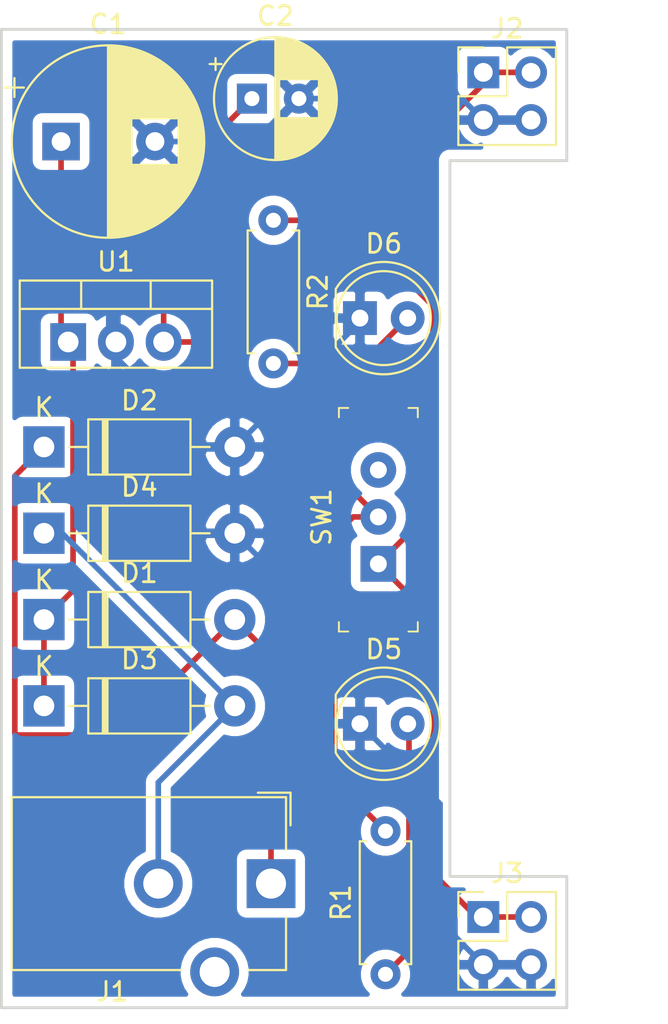
<source format=kicad_pcb>
(kicad_pcb (version 20171130) (host pcbnew "(5.1.9)-1")

  (general
    (thickness 1.6)
    (drawings 8)
    (tracks 68)
    (zones 0)
    (modules 15)
    (nets 11)
  )

  (page A4)
  (layers
    (0 F.Cu signal)
    (31 B.Cu signal)
    (32 B.Adhes user)
    (33 F.Adhes user)
    (34 B.Paste user)
    (35 F.Paste user)
    (36 B.SilkS user)
    (37 F.SilkS user)
    (38 B.Mask user)
    (39 F.Mask user)
    (40 Dwgs.User user)
    (41 Cmts.User user)
    (42 Eco1.User user)
    (43 Eco2.User user)
    (44 Edge.Cuts user)
    (45 Margin user)
    (46 B.CrtYd user)
    (47 F.CrtYd user)
    (48 B.Fab user)
    (49 F.Fab user)
  )

  (setup
    (last_trace_width 0.25)
    (user_trace_width 0.3)
    (trace_clearance 0.2)
    (zone_clearance 0.508)
    (zone_45_only no)
    (trace_min 0.2)
    (via_size 0.8)
    (via_drill 0.4)
    (via_min_size 0.4)
    (via_min_drill 0.3)
    (user_via 1 0.6)
    (uvia_size 0.3)
    (uvia_drill 0.1)
    (uvias_allowed no)
    (uvia_min_size 0.2)
    (uvia_min_drill 0.1)
    (edge_width 0.05)
    (segment_width 0.2)
    (pcb_text_width 0.3)
    (pcb_text_size 1.5 1.5)
    (mod_edge_width 0.12)
    (mod_text_size 1 1)
    (mod_text_width 0.15)
    (pad_size 1.524 1.524)
    (pad_drill 0.762)
    (pad_to_mask_clearance 0)
    (aux_axis_origin 0 0)
    (visible_elements 7FFFFFFF)
    (pcbplotparams
      (layerselection 0x010fc_ffffffff)
      (usegerberextensions false)
      (usegerberattributes true)
      (usegerberadvancedattributes true)
      (creategerberjobfile true)
      (excludeedgelayer true)
      (linewidth 0.100000)
      (plotframeref false)
      (viasonmask false)
      (mode 1)
      (useauxorigin false)
      (hpglpennumber 1)
      (hpglpenspeed 20)
      (hpglpendiameter 15.000000)
      (psnegative false)
      (psa4output false)
      (plotreference true)
      (plotvalue true)
      (plotinvisibletext false)
      (padsonsilk false)
      (subtractmaskfromsilk false)
      (outputformat 1)
      (mirror false)
      (drillshape 1)
      (scaleselection 1)
      (outputdirectory ""))
  )

  (net 0 "")
  (net 1 /Vin)
  (net 2 /V-)
  (net 3 /Vout1)
  (net 4 "Net-(D1-Pad2)")
  (net 5 "Net-(D3-Pad2)")
  (net 6 "Net-(D5-Pad2)")
  (net 7 "Net-(D6-Pad2)")
  (net 8 "Net-(J1-Pad3)")
  (net 9 /Vout2)
  (net 10 "Net-(SW1-Pad3)")

  (net_class Default "This is the default net class."
    (clearance 0.2)
    (trace_width 0.25)
    (via_dia 0.8)
    (via_drill 0.4)
    (uvia_dia 0.3)
    (uvia_drill 0.1)
    (add_net "Net-(D1-Pad2)")
    (add_net "Net-(D5-Pad2)")
    (add_net "Net-(D6-Pad2)")
    (add_net "Net-(J1-Pad3)")
    (add_net "Net-(SW1-Pad3)")
  )

  (net_class PWR ""
    (clearance 0.3)
    (trace_width 0.3)
    (via_dia 1)
    (via_drill 0.5)
    (uvia_dia 0.3)
    (uvia_drill 0.1)
    (add_net /V-)
    (add_net /Vin)
    (add_net /Vout1)
    (add_net /Vout2)
    (add_net "Net-(D3-Pad2)")
  )

  (module Resistor_THT:R_Axial_DIN0207_L6.3mm_D2.5mm_P7.62mm_Horizontal (layer F.Cu) (tedit 5AE5139B) (tstamp 61CD28C8)
    (at 137.795 82.677 270)
    (descr "Resistor, Axial_DIN0207 series, Axial, Horizontal, pin pitch=7.62mm, 0.25W = 1/4W, length*diameter=6.3*2.5mm^2, http://cdn-reichelt.de/documents/datenblatt/B400/1_4W%23YAG.pdf")
    (tags "Resistor Axial_DIN0207 series Axial Horizontal pin pitch 7.62mm 0.25W = 1/4W length 6.3mm diameter 2.5mm")
    (path /61CCEDC9)
    (fp_text reference R2 (at 3.81 -2.37 90) (layer F.SilkS)
      (effects (font (size 1 1) (thickness 0.15)))
    )
    (fp_text value "560 Ω" (at 3.81 2.37 90) (layer F.Fab)
      (effects (font (size 1 1) (thickness 0.15)))
    )
    (fp_line (start 0.66 -1.25) (end 0.66 1.25) (layer F.Fab) (width 0.1))
    (fp_line (start 0.66 1.25) (end 6.96 1.25) (layer F.Fab) (width 0.1))
    (fp_line (start 6.96 1.25) (end 6.96 -1.25) (layer F.Fab) (width 0.1))
    (fp_line (start 6.96 -1.25) (end 0.66 -1.25) (layer F.Fab) (width 0.1))
    (fp_line (start 0 0) (end 0.66 0) (layer F.Fab) (width 0.1))
    (fp_line (start 7.62 0) (end 6.96 0) (layer F.Fab) (width 0.1))
    (fp_line (start 0.54 -1.04) (end 0.54 -1.37) (layer F.SilkS) (width 0.12))
    (fp_line (start 0.54 -1.37) (end 7.08 -1.37) (layer F.SilkS) (width 0.12))
    (fp_line (start 7.08 -1.37) (end 7.08 -1.04) (layer F.SilkS) (width 0.12))
    (fp_line (start 0.54 1.04) (end 0.54 1.37) (layer F.SilkS) (width 0.12))
    (fp_line (start 0.54 1.37) (end 7.08 1.37) (layer F.SilkS) (width 0.12))
    (fp_line (start 7.08 1.37) (end 7.08 1.04) (layer F.SilkS) (width 0.12))
    (fp_line (start -1.05 -1.5) (end -1.05 1.5) (layer F.CrtYd) (width 0.05))
    (fp_line (start -1.05 1.5) (end 8.67 1.5) (layer F.CrtYd) (width 0.05))
    (fp_line (start 8.67 1.5) (end 8.67 -1.5) (layer F.CrtYd) (width 0.05))
    (fp_line (start 8.67 -1.5) (end -1.05 -1.5) (layer F.CrtYd) (width 0.05))
    (fp_text user %R (at 3.81 0 90) (layer F.Fab)
      (effects (font (size 1 1) (thickness 0.15)))
    )
    (pad 1 thru_hole circle (at 0 0 270) (size 1.6 1.6) (drill 0.8) (layers *.Cu *.Mask)
      (net 9 /Vout2))
    (pad 2 thru_hole oval (at 7.62 0 270) (size 1.6 1.6) (drill 0.8) (layers *.Cu *.Mask)
      (net 7 "Net-(D6-Pad2)"))
    (model ${KISYS3DMOD}/Resistor_THT.3dshapes/R_Axial_DIN0207_L6.3mm_D2.5mm_P7.62mm_Horizontal.wrl
      (at (xyz 0 0 0))
      (scale (xyz 1 1 1))
      (rotate (xyz 0 0 0))
    )
  )

  (module Capacitor_THT:CP_Radial_D10.0mm_P5.00mm (layer F.Cu) (tedit 5AE50EF1) (tstamp 61CE4E3D)
    (at 126.492 78.486)
    (descr "CP, Radial series, Radial, pin pitch=5.00mm, , diameter=10mm, Electrolytic Capacitor")
    (tags "CP Radial series Radial pin pitch 5.00mm  diameter 10mm Electrolytic Capacitor")
    (path /61CCC3FF)
    (fp_text reference C1 (at 2.5 -6.25) (layer F.SilkS)
      (effects (font (size 1 1) (thickness 0.15)))
    )
    (fp_text value "47 μF" (at 2.5 6.25) (layer F.Fab)
      (effects (font (size 1 1) (thickness 0.15)))
    )
    (fp_line (start -2.479646 -3.375) (end -2.479646 -2.375) (layer F.SilkS) (width 0.12))
    (fp_line (start -2.979646 -2.875) (end -1.979646 -2.875) (layer F.SilkS) (width 0.12))
    (fp_line (start 7.581 -0.599) (end 7.581 0.599) (layer F.SilkS) (width 0.12))
    (fp_line (start 7.541 -0.862) (end 7.541 0.862) (layer F.SilkS) (width 0.12))
    (fp_line (start 7.501 -1.062) (end 7.501 1.062) (layer F.SilkS) (width 0.12))
    (fp_line (start 7.461 -1.23) (end 7.461 1.23) (layer F.SilkS) (width 0.12))
    (fp_line (start 7.421 -1.378) (end 7.421 1.378) (layer F.SilkS) (width 0.12))
    (fp_line (start 7.381 -1.51) (end 7.381 1.51) (layer F.SilkS) (width 0.12))
    (fp_line (start 7.341 -1.63) (end 7.341 1.63) (layer F.SilkS) (width 0.12))
    (fp_line (start 7.301 -1.742) (end 7.301 1.742) (layer F.SilkS) (width 0.12))
    (fp_line (start 7.261 -1.846) (end 7.261 1.846) (layer F.SilkS) (width 0.12))
    (fp_line (start 7.221 -1.944) (end 7.221 1.944) (layer F.SilkS) (width 0.12))
    (fp_line (start 7.181 -2.037) (end 7.181 2.037) (layer F.SilkS) (width 0.12))
    (fp_line (start 7.141 -2.125) (end 7.141 2.125) (layer F.SilkS) (width 0.12))
    (fp_line (start 7.101 -2.209) (end 7.101 2.209) (layer F.SilkS) (width 0.12))
    (fp_line (start 7.061 -2.289) (end 7.061 2.289) (layer F.SilkS) (width 0.12))
    (fp_line (start 7.021 -2.365) (end 7.021 2.365) (layer F.SilkS) (width 0.12))
    (fp_line (start 6.981 -2.439) (end 6.981 2.439) (layer F.SilkS) (width 0.12))
    (fp_line (start 6.941 -2.51) (end 6.941 2.51) (layer F.SilkS) (width 0.12))
    (fp_line (start 6.901 -2.579) (end 6.901 2.579) (layer F.SilkS) (width 0.12))
    (fp_line (start 6.861 -2.645) (end 6.861 2.645) (layer F.SilkS) (width 0.12))
    (fp_line (start 6.821 -2.709) (end 6.821 2.709) (layer F.SilkS) (width 0.12))
    (fp_line (start 6.781 -2.77) (end 6.781 2.77) (layer F.SilkS) (width 0.12))
    (fp_line (start 6.741 -2.83) (end 6.741 2.83) (layer F.SilkS) (width 0.12))
    (fp_line (start 6.701 -2.889) (end 6.701 2.889) (layer F.SilkS) (width 0.12))
    (fp_line (start 6.661 -2.945) (end 6.661 2.945) (layer F.SilkS) (width 0.12))
    (fp_line (start 6.621 -3) (end 6.621 3) (layer F.SilkS) (width 0.12))
    (fp_line (start 6.581 -3.054) (end 6.581 3.054) (layer F.SilkS) (width 0.12))
    (fp_line (start 6.541 -3.106) (end 6.541 3.106) (layer F.SilkS) (width 0.12))
    (fp_line (start 6.501 -3.156) (end 6.501 3.156) (layer F.SilkS) (width 0.12))
    (fp_line (start 6.461 -3.206) (end 6.461 3.206) (layer F.SilkS) (width 0.12))
    (fp_line (start 6.421 -3.254) (end 6.421 3.254) (layer F.SilkS) (width 0.12))
    (fp_line (start 6.381 -3.301) (end 6.381 3.301) (layer F.SilkS) (width 0.12))
    (fp_line (start 6.341 -3.347) (end 6.341 3.347) (layer F.SilkS) (width 0.12))
    (fp_line (start 6.301 -3.392) (end 6.301 3.392) (layer F.SilkS) (width 0.12))
    (fp_line (start 6.261 -3.436) (end 6.261 3.436) (layer F.SilkS) (width 0.12))
    (fp_line (start 6.221 1.241) (end 6.221 3.478) (layer F.SilkS) (width 0.12))
    (fp_line (start 6.221 -3.478) (end 6.221 -1.241) (layer F.SilkS) (width 0.12))
    (fp_line (start 6.181 1.241) (end 6.181 3.52) (layer F.SilkS) (width 0.12))
    (fp_line (start 6.181 -3.52) (end 6.181 -1.241) (layer F.SilkS) (width 0.12))
    (fp_line (start 6.141 1.241) (end 6.141 3.561) (layer F.SilkS) (width 0.12))
    (fp_line (start 6.141 -3.561) (end 6.141 -1.241) (layer F.SilkS) (width 0.12))
    (fp_line (start 6.101 1.241) (end 6.101 3.601) (layer F.SilkS) (width 0.12))
    (fp_line (start 6.101 -3.601) (end 6.101 -1.241) (layer F.SilkS) (width 0.12))
    (fp_line (start 6.061 1.241) (end 6.061 3.64) (layer F.SilkS) (width 0.12))
    (fp_line (start 6.061 -3.64) (end 6.061 -1.241) (layer F.SilkS) (width 0.12))
    (fp_line (start 6.021 1.241) (end 6.021 3.679) (layer F.SilkS) (width 0.12))
    (fp_line (start 6.021 -3.679) (end 6.021 -1.241) (layer F.SilkS) (width 0.12))
    (fp_line (start 5.981 1.241) (end 5.981 3.716) (layer F.SilkS) (width 0.12))
    (fp_line (start 5.981 -3.716) (end 5.981 -1.241) (layer F.SilkS) (width 0.12))
    (fp_line (start 5.941 1.241) (end 5.941 3.753) (layer F.SilkS) (width 0.12))
    (fp_line (start 5.941 -3.753) (end 5.941 -1.241) (layer F.SilkS) (width 0.12))
    (fp_line (start 5.901 1.241) (end 5.901 3.789) (layer F.SilkS) (width 0.12))
    (fp_line (start 5.901 -3.789) (end 5.901 -1.241) (layer F.SilkS) (width 0.12))
    (fp_line (start 5.861 1.241) (end 5.861 3.824) (layer F.SilkS) (width 0.12))
    (fp_line (start 5.861 -3.824) (end 5.861 -1.241) (layer F.SilkS) (width 0.12))
    (fp_line (start 5.821 1.241) (end 5.821 3.858) (layer F.SilkS) (width 0.12))
    (fp_line (start 5.821 -3.858) (end 5.821 -1.241) (layer F.SilkS) (width 0.12))
    (fp_line (start 5.781 1.241) (end 5.781 3.892) (layer F.SilkS) (width 0.12))
    (fp_line (start 5.781 -3.892) (end 5.781 -1.241) (layer F.SilkS) (width 0.12))
    (fp_line (start 5.741 1.241) (end 5.741 3.925) (layer F.SilkS) (width 0.12))
    (fp_line (start 5.741 -3.925) (end 5.741 -1.241) (layer F.SilkS) (width 0.12))
    (fp_line (start 5.701 1.241) (end 5.701 3.957) (layer F.SilkS) (width 0.12))
    (fp_line (start 5.701 -3.957) (end 5.701 -1.241) (layer F.SilkS) (width 0.12))
    (fp_line (start 5.661 1.241) (end 5.661 3.989) (layer F.SilkS) (width 0.12))
    (fp_line (start 5.661 -3.989) (end 5.661 -1.241) (layer F.SilkS) (width 0.12))
    (fp_line (start 5.621 1.241) (end 5.621 4.02) (layer F.SilkS) (width 0.12))
    (fp_line (start 5.621 -4.02) (end 5.621 -1.241) (layer F.SilkS) (width 0.12))
    (fp_line (start 5.581 1.241) (end 5.581 4.05) (layer F.SilkS) (width 0.12))
    (fp_line (start 5.581 -4.05) (end 5.581 -1.241) (layer F.SilkS) (width 0.12))
    (fp_line (start 5.541 1.241) (end 5.541 4.08) (layer F.SilkS) (width 0.12))
    (fp_line (start 5.541 -4.08) (end 5.541 -1.241) (layer F.SilkS) (width 0.12))
    (fp_line (start 5.501 1.241) (end 5.501 4.11) (layer F.SilkS) (width 0.12))
    (fp_line (start 5.501 -4.11) (end 5.501 -1.241) (layer F.SilkS) (width 0.12))
    (fp_line (start 5.461 1.241) (end 5.461 4.138) (layer F.SilkS) (width 0.12))
    (fp_line (start 5.461 -4.138) (end 5.461 -1.241) (layer F.SilkS) (width 0.12))
    (fp_line (start 5.421 1.241) (end 5.421 4.166) (layer F.SilkS) (width 0.12))
    (fp_line (start 5.421 -4.166) (end 5.421 -1.241) (layer F.SilkS) (width 0.12))
    (fp_line (start 5.381 1.241) (end 5.381 4.194) (layer F.SilkS) (width 0.12))
    (fp_line (start 5.381 -4.194) (end 5.381 -1.241) (layer F.SilkS) (width 0.12))
    (fp_line (start 5.341 1.241) (end 5.341 4.221) (layer F.SilkS) (width 0.12))
    (fp_line (start 5.341 -4.221) (end 5.341 -1.241) (layer F.SilkS) (width 0.12))
    (fp_line (start 5.301 1.241) (end 5.301 4.247) (layer F.SilkS) (width 0.12))
    (fp_line (start 5.301 -4.247) (end 5.301 -1.241) (layer F.SilkS) (width 0.12))
    (fp_line (start 5.261 1.241) (end 5.261 4.273) (layer F.SilkS) (width 0.12))
    (fp_line (start 5.261 -4.273) (end 5.261 -1.241) (layer F.SilkS) (width 0.12))
    (fp_line (start 5.221 1.241) (end 5.221 4.298) (layer F.SilkS) (width 0.12))
    (fp_line (start 5.221 -4.298) (end 5.221 -1.241) (layer F.SilkS) (width 0.12))
    (fp_line (start 5.181 1.241) (end 5.181 4.323) (layer F.SilkS) (width 0.12))
    (fp_line (start 5.181 -4.323) (end 5.181 -1.241) (layer F.SilkS) (width 0.12))
    (fp_line (start 5.141 1.241) (end 5.141 4.347) (layer F.SilkS) (width 0.12))
    (fp_line (start 5.141 -4.347) (end 5.141 -1.241) (layer F.SilkS) (width 0.12))
    (fp_line (start 5.101 1.241) (end 5.101 4.371) (layer F.SilkS) (width 0.12))
    (fp_line (start 5.101 -4.371) (end 5.101 -1.241) (layer F.SilkS) (width 0.12))
    (fp_line (start 5.061 1.241) (end 5.061 4.395) (layer F.SilkS) (width 0.12))
    (fp_line (start 5.061 -4.395) (end 5.061 -1.241) (layer F.SilkS) (width 0.12))
    (fp_line (start 5.021 1.241) (end 5.021 4.417) (layer F.SilkS) (width 0.12))
    (fp_line (start 5.021 -4.417) (end 5.021 -1.241) (layer F.SilkS) (width 0.12))
    (fp_line (start 4.981 1.241) (end 4.981 4.44) (layer F.SilkS) (width 0.12))
    (fp_line (start 4.981 -4.44) (end 4.981 -1.241) (layer F.SilkS) (width 0.12))
    (fp_line (start 4.941 1.241) (end 4.941 4.462) (layer F.SilkS) (width 0.12))
    (fp_line (start 4.941 -4.462) (end 4.941 -1.241) (layer F.SilkS) (width 0.12))
    (fp_line (start 4.901 1.241) (end 4.901 4.483) (layer F.SilkS) (width 0.12))
    (fp_line (start 4.901 -4.483) (end 4.901 -1.241) (layer F.SilkS) (width 0.12))
    (fp_line (start 4.861 1.241) (end 4.861 4.504) (layer F.SilkS) (width 0.12))
    (fp_line (start 4.861 -4.504) (end 4.861 -1.241) (layer F.SilkS) (width 0.12))
    (fp_line (start 4.821 1.241) (end 4.821 4.525) (layer F.SilkS) (width 0.12))
    (fp_line (start 4.821 -4.525) (end 4.821 -1.241) (layer F.SilkS) (width 0.12))
    (fp_line (start 4.781 1.241) (end 4.781 4.545) (layer F.SilkS) (width 0.12))
    (fp_line (start 4.781 -4.545) (end 4.781 -1.241) (layer F.SilkS) (width 0.12))
    (fp_line (start 4.741 1.241) (end 4.741 4.564) (layer F.SilkS) (width 0.12))
    (fp_line (start 4.741 -4.564) (end 4.741 -1.241) (layer F.SilkS) (width 0.12))
    (fp_line (start 4.701 1.241) (end 4.701 4.584) (layer F.SilkS) (width 0.12))
    (fp_line (start 4.701 -4.584) (end 4.701 -1.241) (layer F.SilkS) (width 0.12))
    (fp_line (start 4.661 1.241) (end 4.661 4.603) (layer F.SilkS) (width 0.12))
    (fp_line (start 4.661 -4.603) (end 4.661 -1.241) (layer F.SilkS) (width 0.12))
    (fp_line (start 4.621 1.241) (end 4.621 4.621) (layer F.SilkS) (width 0.12))
    (fp_line (start 4.621 -4.621) (end 4.621 -1.241) (layer F.SilkS) (width 0.12))
    (fp_line (start 4.581 1.241) (end 4.581 4.639) (layer F.SilkS) (width 0.12))
    (fp_line (start 4.581 -4.639) (end 4.581 -1.241) (layer F.SilkS) (width 0.12))
    (fp_line (start 4.541 1.241) (end 4.541 4.657) (layer F.SilkS) (width 0.12))
    (fp_line (start 4.541 -4.657) (end 4.541 -1.241) (layer F.SilkS) (width 0.12))
    (fp_line (start 4.501 1.241) (end 4.501 4.674) (layer F.SilkS) (width 0.12))
    (fp_line (start 4.501 -4.674) (end 4.501 -1.241) (layer F.SilkS) (width 0.12))
    (fp_line (start 4.461 1.241) (end 4.461 4.69) (layer F.SilkS) (width 0.12))
    (fp_line (start 4.461 -4.69) (end 4.461 -1.241) (layer F.SilkS) (width 0.12))
    (fp_line (start 4.421 1.241) (end 4.421 4.707) (layer F.SilkS) (width 0.12))
    (fp_line (start 4.421 -4.707) (end 4.421 -1.241) (layer F.SilkS) (width 0.12))
    (fp_line (start 4.381 1.241) (end 4.381 4.723) (layer F.SilkS) (width 0.12))
    (fp_line (start 4.381 -4.723) (end 4.381 -1.241) (layer F.SilkS) (width 0.12))
    (fp_line (start 4.341 1.241) (end 4.341 4.738) (layer F.SilkS) (width 0.12))
    (fp_line (start 4.341 -4.738) (end 4.341 -1.241) (layer F.SilkS) (width 0.12))
    (fp_line (start 4.301 1.241) (end 4.301 4.754) (layer F.SilkS) (width 0.12))
    (fp_line (start 4.301 -4.754) (end 4.301 -1.241) (layer F.SilkS) (width 0.12))
    (fp_line (start 4.261 1.241) (end 4.261 4.768) (layer F.SilkS) (width 0.12))
    (fp_line (start 4.261 -4.768) (end 4.261 -1.241) (layer F.SilkS) (width 0.12))
    (fp_line (start 4.221 1.241) (end 4.221 4.783) (layer F.SilkS) (width 0.12))
    (fp_line (start 4.221 -4.783) (end 4.221 -1.241) (layer F.SilkS) (width 0.12))
    (fp_line (start 4.181 1.241) (end 4.181 4.797) (layer F.SilkS) (width 0.12))
    (fp_line (start 4.181 -4.797) (end 4.181 -1.241) (layer F.SilkS) (width 0.12))
    (fp_line (start 4.141 1.241) (end 4.141 4.811) (layer F.SilkS) (width 0.12))
    (fp_line (start 4.141 -4.811) (end 4.141 -1.241) (layer F.SilkS) (width 0.12))
    (fp_line (start 4.101 1.241) (end 4.101 4.824) (layer F.SilkS) (width 0.12))
    (fp_line (start 4.101 -4.824) (end 4.101 -1.241) (layer F.SilkS) (width 0.12))
    (fp_line (start 4.061 1.241) (end 4.061 4.837) (layer F.SilkS) (width 0.12))
    (fp_line (start 4.061 -4.837) (end 4.061 -1.241) (layer F.SilkS) (width 0.12))
    (fp_line (start 4.021 1.241) (end 4.021 4.85) (layer F.SilkS) (width 0.12))
    (fp_line (start 4.021 -4.85) (end 4.021 -1.241) (layer F.SilkS) (width 0.12))
    (fp_line (start 3.981 1.241) (end 3.981 4.862) (layer F.SilkS) (width 0.12))
    (fp_line (start 3.981 -4.862) (end 3.981 -1.241) (layer F.SilkS) (width 0.12))
    (fp_line (start 3.941 1.241) (end 3.941 4.874) (layer F.SilkS) (width 0.12))
    (fp_line (start 3.941 -4.874) (end 3.941 -1.241) (layer F.SilkS) (width 0.12))
    (fp_line (start 3.901 1.241) (end 3.901 4.885) (layer F.SilkS) (width 0.12))
    (fp_line (start 3.901 -4.885) (end 3.901 -1.241) (layer F.SilkS) (width 0.12))
    (fp_line (start 3.861 1.241) (end 3.861 4.897) (layer F.SilkS) (width 0.12))
    (fp_line (start 3.861 -4.897) (end 3.861 -1.241) (layer F.SilkS) (width 0.12))
    (fp_line (start 3.821 1.241) (end 3.821 4.907) (layer F.SilkS) (width 0.12))
    (fp_line (start 3.821 -4.907) (end 3.821 -1.241) (layer F.SilkS) (width 0.12))
    (fp_line (start 3.781 1.241) (end 3.781 4.918) (layer F.SilkS) (width 0.12))
    (fp_line (start 3.781 -4.918) (end 3.781 -1.241) (layer F.SilkS) (width 0.12))
    (fp_line (start 3.741 -4.928) (end 3.741 4.928) (layer F.SilkS) (width 0.12))
    (fp_line (start 3.701 -4.938) (end 3.701 4.938) (layer F.SilkS) (width 0.12))
    (fp_line (start 3.661 -4.947) (end 3.661 4.947) (layer F.SilkS) (width 0.12))
    (fp_line (start 3.621 -4.956) (end 3.621 4.956) (layer F.SilkS) (width 0.12))
    (fp_line (start 3.581 -4.965) (end 3.581 4.965) (layer F.SilkS) (width 0.12))
    (fp_line (start 3.541 -4.974) (end 3.541 4.974) (layer F.SilkS) (width 0.12))
    (fp_line (start 3.501 -4.982) (end 3.501 4.982) (layer F.SilkS) (width 0.12))
    (fp_line (start 3.461 -4.99) (end 3.461 4.99) (layer F.SilkS) (width 0.12))
    (fp_line (start 3.421 -4.997) (end 3.421 4.997) (layer F.SilkS) (width 0.12))
    (fp_line (start 3.381 -5.004) (end 3.381 5.004) (layer F.SilkS) (width 0.12))
    (fp_line (start 3.341 -5.011) (end 3.341 5.011) (layer F.SilkS) (width 0.12))
    (fp_line (start 3.301 -5.018) (end 3.301 5.018) (layer F.SilkS) (width 0.12))
    (fp_line (start 3.261 -5.024) (end 3.261 5.024) (layer F.SilkS) (width 0.12))
    (fp_line (start 3.221 -5.03) (end 3.221 5.03) (layer F.SilkS) (width 0.12))
    (fp_line (start 3.18 -5.035) (end 3.18 5.035) (layer F.SilkS) (width 0.12))
    (fp_line (start 3.14 -5.04) (end 3.14 5.04) (layer F.SilkS) (width 0.12))
    (fp_line (start 3.1 -5.045) (end 3.1 5.045) (layer F.SilkS) (width 0.12))
    (fp_line (start 3.06 -5.05) (end 3.06 5.05) (layer F.SilkS) (width 0.12))
    (fp_line (start 3.02 -5.054) (end 3.02 5.054) (layer F.SilkS) (width 0.12))
    (fp_line (start 2.98 -5.058) (end 2.98 5.058) (layer F.SilkS) (width 0.12))
    (fp_line (start 2.94 -5.062) (end 2.94 5.062) (layer F.SilkS) (width 0.12))
    (fp_line (start 2.9 -5.065) (end 2.9 5.065) (layer F.SilkS) (width 0.12))
    (fp_line (start 2.86 -5.068) (end 2.86 5.068) (layer F.SilkS) (width 0.12))
    (fp_line (start 2.82 -5.07) (end 2.82 5.07) (layer F.SilkS) (width 0.12))
    (fp_line (start 2.78 -5.073) (end 2.78 5.073) (layer F.SilkS) (width 0.12))
    (fp_line (start 2.74 -5.075) (end 2.74 5.075) (layer F.SilkS) (width 0.12))
    (fp_line (start 2.7 -5.077) (end 2.7 5.077) (layer F.SilkS) (width 0.12))
    (fp_line (start 2.66 -5.078) (end 2.66 5.078) (layer F.SilkS) (width 0.12))
    (fp_line (start 2.62 -5.079) (end 2.62 5.079) (layer F.SilkS) (width 0.12))
    (fp_line (start 2.58 -5.08) (end 2.58 5.08) (layer F.SilkS) (width 0.12))
    (fp_line (start 2.54 -5.08) (end 2.54 5.08) (layer F.SilkS) (width 0.12))
    (fp_line (start 2.5 -5.08) (end 2.5 5.08) (layer F.SilkS) (width 0.12))
    (fp_line (start -1.288861 -2.6875) (end -1.288861 -1.6875) (layer F.Fab) (width 0.1))
    (fp_line (start -1.788861 -2.1875) (end -0.788861 -2.1875) (layer F.Fab) (width 0.1))
    (fp_circle (center 2.5 0) (end 7.75 0) (layer F.CrtYd) (width 0.05))
    (fp_circle (center 2.5 0) (end 7.62 0) (layer F.SilkS) (width 0.12))
    (fp_circle (center 2.5 0) (end 7.5 0) (layer F.Fab) (width 0.1))
    (fp_text user %R (at 2.5 0) (layer F.Fab)
      (effects (font (size 1 1) (thickness 0.15)))
    )
    (pad 2 thru_hole circle (at 5 0) (size 2 2) (drill 1) (layers *.Cu *.Mask)
      (net 2 /V-))
    (pad 1 thru_hole rect (at 0 0) (size 2 2) (drill 1) (layers *.Cu *.Mask)
      (net 1 /Vin))
    (model ${KISYS3DMOD}/Capacitor_THT.3dshapes/CP_Radial_D10.0mm_P5.00mm.wrl
      (at (xyz 0 0 0))
      (scale (xyz 1 1 1))
      (rotate (xyz 0 0 0))
    )
  )

  (module Capacitor_THT:CP_Radial_D6.3mm_P2.50mm (layer F.Cu) (tedit 5AE50EF0) (tstamp 61CD27A4)
    (at 136.652 76.2)
    (descr "CP, Radial series, Radial, pin pitch=2.50mm, , diameter=6.3mm, Electrolytic Capacitor")
    (tags "CP Radial series Radial pin pitch 2.50mm  diameter 6.3mm Electrolytic Capacitor")
    (path /61CCDCC0)
    (fp_text reference C2 (at 1.25 -4.4) (layer F.SilkS)
      (effects (font (size 1 1) (thickness 0.15)))
    )
    (fp_text value "470 μF" (at 1.25 4.4) (layer F.Fab)
      (effects (font (size 1 1) (thickness 0.15)))
    )
    (fp_line (start -1.935241 -2.154) (end -1.935241 -1.524) (layer F.SilkS) (width 0.12))
    (fp_line (start -2.250241 -1.839) (end -1.620241 -1.839) (layer F.SilkS) (width 0.12))
    (fp_line (start 4.491 -0.402) (end 4.491 0.402) (layer F.SilkS) (width 0.12))
    (fp_line (start 4.451 -0.633) (end 4.451 0.633) (layer F.SilkS) (width 0.12))
    (fp_line (start 4.411 -0.802) (end 4.411 0.802) (layer F.SilkS) (width 0.12))
    (fp_line (start 4.371 -0.94) (end 4.371 0.94) (layer F.SilkS) (width 0.12))
    (fp_line (start 4.331 -1.059) (end 4.331 1.059) (layer F.SilkS) (width 0.12))
    (fp_line (start 4.291 -1.165) (end 4.291 1.165) (layer F.SilkS) (width 0.12))
    (fp_line (start 4.251 -1.262) (end 4.251 1.262) (layer F.SilkS) (width 0.12))
    (fp_line (start 4.211 -1.35) (end 4.211 1.35) (layer F.SilkS) (width 0.12))
    (fp_line (start 4.171 -1.432) (end 4.171 1.432) (layer F.SilkS) (width 0.12))
    (fp_line (start 4.131 -1.509) (end 4.131 1.509) (layer F.SilkS) (width 0.12))
    (fp_line (start 4.091 -1.581) (end 4.091 1.581) (layer F.SilkS) (width 0.12))
    (fp_line (start 4.051 -1.65) (end 4.051 1.65) (layer F.SilkS) (width 0.12))
    (fp_line (start 4.011 -1.714) (end 4.011 1.714) (layer F.SilkS) (width 0.12))
    (fp_line (start 3.971 -1.776) (end 3.971 1.776) (layer F.SilkS) (width 0.12))
    (fp_line (start 3.931 -1.834) (end 3.931 1.834) (layer F.SilkS) (width 0.12))
    (fp_line (start 3.891 -1.89) (end 3.891 1.89) (layer F.SilkS) (width 0.12))
    (fp_line (start 3.851 -1.944) (end 3.851 1.944) (layer F.SilkS) (width 0.12))
    (fp_line (start 3.811 -1.995) (end 3.811 1.995) (layer F.SilkS) (width 0.12))
    (fp_line (start 3.771 -2.044) (end 3.771 2.044) (layer F.SilkS) (width 0.12))
    (fp_line (start 3.731 -2.092) (end 3.731 2.092) (layer F.SilkS) (width 0.12))
    (fp_line (start 3.691 -2.137) (end 3.691 2.137) (layer F.SilkS) (width 0.12))
    (fp_line (start 3.651 -2.182) (end 3.651 2.182) (layer F.SilkS) (width 0.12))
    (fp_line (start 3.611 -2.224) (end 3.611 2.224) (layer F.SilkS) (width 0.12))
    (fp_line (start 3.571 -2.265) (end 3.571 2.265) (layer F.SilkS) (width 0.12))
    (fp_line (start 3.531 1.04) (end 3.531 2.305) (layer F.SilkS) (width 0.12))
    (fp_line (start 3.531 -2.305) (end 3.531 -1.04) (layer F.SilkS) (width 0.12))
    (fp_line (start 3.491 1.04) (end 3.491 2.343) (layer F.SilkS) (width 0.12))
    (fp_line (start 3.491 -2.343) (end 3.491 -1.04) (layer F.SilkS) (width 0.12))
    (fp_line (start 3.451 1.04) (end 3.451 2.38) (layer F.SilkS) (width 0.12))
    (fp_line (start 3.451 -2.38) (end 3.451 -1.04) (layer F.SilkS) (width 0.12))
    (fp_line (start 3.411 1.04) (end 3.411 2.416) (layer F.SilkS) (width 0.12))
    (fp_line (start 3.411 -2.416) (end 3.411 -1.04) (layer F.SilkS) (width 0.12))
    (fp_line (start 3.371 1.04) (end 3.371 2.45) (layer F.SilkS) (width 0.12))
    (fp_line (start 3.371 -2.45) (end 3.371 -1.04) (layer F.SilkS) (width 0.12))
    (fp_line (start 3.331 1.04) (end 3.331 2.484) (layer F.SilkS) (width 0.12))
    (fp_line (start 3.331 -2.484) (end 3.331 -1.04) (layer F.SilkS) (width 0.12))
    (fp_line (start 3.291 1.04) (end 3.291 2.516) (layer F.SilkS) (width 0.12))
    (fp_line (start 3.291 -2.516) (end 3.291 -1.04) (layer F.SilkS) (width 0.12))
    (fp_line (start 3.251 1.04) (end 3.251 2.548) (layer F.SilkS) (width 0.12))
    (fp_line (start 3.251 -2.548) (end 3.251 -1.04) (layer F.SilkS) (width 0.12))
    (fp_line (start 3.211 1.04) (end 3.211 2.578) (layer F.SilkS) (width 0.12))
    (fp_line (start 3.211 -2.578) (end 3.211 -1.04) (layer F.SilkS) (width 0.12))
    (fp_line (start 3.171 1.04) (end 3.171 2.607) (layer F.SilkS) (width 0.12))
    (fp_line (start 3.171 -2.607) (end 3.171 -1.04) (layer F.SilkS) (width 0.12))
    (fp_line (start 3.131 1.04) (end 3.131 2.636) (layer F.SilkS) (width 0.12))
    (fp_line (start 3.131 -2.636) (end 3.131 -1.04) (layer F.SilkS) (width 0.12))
    (fp_line (start 3.091 1.04) (end 3.091 2.664) (layer F.SilkS) (width 0.12))
    (fp_line (start 3.091 -2.664) (end 3.091 -1.04) (layer F.SilkS) (width 0.12))
    (fp_line (start 3.051 1.04) (end 3.051 2.69) (layer F.SilkS) (width 0.12))
    (fp_line (start 3.051 -2.69) (end 3.051 -1.04) (layer F.SilkS) (width 0.12))
    (fp_line (start 3.011 1.04) (end 3.011 2.716) (layer F.SilkS) (width 0.12))
    (fp_line (start 3.011 -2.716) (end 3.011 -1.04) (layer F.SilkS) (width 0.12))
    (fp_line (start 2.971 1.04) (end 2.971 2.742) (layer F.SilkS) (width 0.12))
    (fp_line (start 2.971 -2.742) (end 2.971 -1.04) (layer F.SilkS) (width 0.12))
    (fp_line (start 2.931 1.04) (end 2.931 2.766) (layer F.SilkS) (width 0.12))
    (fp_line (start 2.931 -2.766) (end 2.931 -1.04) (layer F.SilkS) (width 0.12))
    (fp_line (start 2.891 1.04) (end 2.891 2.79) (layer F.SilkS) (width 0.12))
    (fp_line (start 2.891 -2.79) (end 2.891 -1.04) (layer F.SilkS) (width 0.12))
    (fp_line (start 2.851 1.04) (end 2.851 2.812) (layer F.SilkS) (width 0.12))
    (fp_line (start 2.851 -2.812) (end 2.851 -1.04) (layer F.SilkS) (width 0.12))
    (fp_line (start 2.811 1.04) (end 2.811 2.834) (layer F.SilkS) (width 0.12))
    (fp_line (start 2.811 -2.834) (end 2.811 -1.04) (layer F.SilkS) (width 0.12))
    (fp_line (start 2.771 1.04) (end 2.771 2.856) (layer F.SilkS) (width 0.12))
    (fp_line (start 2.771 -2.856) (end 2.771 -1.04) (layer F.SilkS) (width 0.12))
    (fp_line (start 2.731 1.04) (end 2.731 2.876) (layer F.SilkS) (width 0.12))
    (fp_line (start 2.731 -2.876) (end 2.731 -1.04) (layer F.SilkS) (width 0.12))
    (fp_line (start 2.691 1.04) (end 2.691 2.896) (layer F.SilkS) (width 0.12))
    (fp_line (start 2.691 -2.896) (end 2.691 -1.04) (layer F.SilkS) (width 0.12))
    (fp_line (start 2.651 1.04) (end 2.651 2.916) (layer F.SilkS) (width 0.12))
    (fp_line (start 2.651 -2.916) (end 2.651 -1.04) (layer F.SilkS) (width 0.12))
    (fp_line (start 2.611 1.04) (end 2.611 2.934) (layer F.SilkS) (width 0.12))
    (fp_line (start 2.611 -2.934) (end 2.611 -1.04) (layer F.SilkS) (width 0.12))
    (fp_line (start 2.571 1.04) (end 2.571 2.952) (layer F.SilkS) (width 0.12))
    (fp_line (start 2.571 -2.952) (end 2.571 -1.04) (layer F.SilkS) (width 0.12))
    (fp_line (start 2.531 1.04) (end 2.531 2.97) (layer F.SilkS) (width 0.12))
    (fp_line (start 2.531 -2.97) (end 2.531 -1.04) (layer F.SilkS) (width 0.12))
    (fp_line (start 2.491 1.04) (end 2.491 2.986) (layer F.SilkS) (width 0.12))
    (fp_line (start 2.491 -2.986) (end 2.491 -1.04) (layer F.SilkS) (width 0.12))
    (fp_line (start 2.451 1.04) (end 2.451 3.002) (layer F.SilkS) (width 0.12))
    (fp_line (start 2.451 -3.002) (end 2.451 -1.04) (layer F.SilkS) (width 0.12))
    (fp_line (start 2.411 1.04) (end 2.411 3.018) (layer F.SilkS) (width 0.12))
    (fp_line (start 2.411 -3.018) (end 2.411 -1.04) (layer F.SilkS) (width 0.12))
    (fp_line (start 2.371 1.04) (end 2.371 3.033) (layer F.SilkS) (width 0.12))
    (fp_line (start 2.371 -3.033) (end 2.371 -1.04) (layer F.SilkS) (width 0.12))
    (fp_line (start 2.331 1.04) (end 2.331 3.047) (layer F.SilkS) (width 0.12))
    (fp_line (start 2.331 -3.047) (end 2.331 -1.04) (layer F.SilkS) (width 0.12))
    (fp_line (start 2.291 1.04) (end 2.291 3.061) (layer F.SilkS) (width 0.12))
    (fp_line (start 2.291 -3.061) (end 2.291 -1.04) (layer F.SilkS) (width 0.12))
    (fp_line (start 2.251 1.04) (end 2.251 3.074) (layer F.SilkS) (width 0.12))
    (fp_line (start 2.251 -3.074) (end 2.251 -1.04) (layer F.SilkS) (width 0.12))
    (fp_line (start 2.211 1.04) (end 2.211 3.086) (layer F.SilkS) (width 0.12))
    (fp_line (start 2.211 -3.086) (end 2.211 -1.04) (layer F.SilkS) (width 0.12))
    (fp_line (start 2.171 1.04) (end 2.171 3.098) (layer F.SilkS) (width 0.12))
    (fp_line (start 2.171 -3.098) (end 2.171 -1.04) (layer F.SilkS) (width 0.12))
    (fp_line (start 2.131 1.04) (end 2.131 3.11) (layer F.SilkS) (width 0.12))
    (fp_line (start 2.131 -3.11) (end 2.131 -1.04) (layer F.SilkS) (width 0.12))
    (fp_line (start 2.091 1.04) (end 2.091 3.121) (layer F.SilkS) (width 0.12))
    (fp_line (start 2.091 -3.121) (end 2.091 -1.04) (layer F.SilkS) (width 0.12))
    (fp_line (start 2.051 1.04) (end 2.051 3.131) (layer F.SilkS) (width 0.12))
    (fp_line (start 2.051 -3.131) (end 2.051 -1.04) (layer F.SilkS) (width 0.12))
    (fp_line (start 2.011 1.04) (end 2.011 3.141) (layer F.SilkS) (width 0.12))
    (fp_line (start 2.011 -3.141) (end 2.011 -1.04) (layer F.SilkS) (width 0.12))
    (fp_line (start 1.971 1.04) (end 1.971 3.15) (layer F.SilkS) (width 0.12))
    (fp_line (start 1.971 -3.15) (end 1.971 -1.04) (layer F.SilkS) (width 0.12))
    (fp_line (start 1.93 1.04) (end 1.93 3.159) (layer F.SilkS) (width 0.12))
    (fp_line (start 1.93 -3.159) (end 1.93 -1.04) (layer F.SilkS) (width 0.12))
    (fp_line (start 1.89 1.04) (end 1.89 3.167) (layer F.SilkS) (width 0.12))
    (fp_line (start 1.89 -3.167) (end 1.89 -1.04) (layer F.SilkS) (width 0.12))
    (fp_line (start 1.85 1.04) (end 1.85 3.175) (layer F.SilkS) (width 0.12))
    (fp_line (start 1.85 -3.175) (end 1.85 -1.04) (layer F.SilkS) (width 0.12))
    (fp_line (start 1.81 1.04) (end 1.81 3.182) (layer F.SilkS) (width 0.12))
    (fp_line (start 1.81 -3.182) (end 1.81 -1.04) (layer F.SilkS) (width 0.12))
    (fp_line (start 1.77 1.04) (end 1.77 3.189) (layer F.SilkS) (width 0.12))
    (fp_line (start 1.77 -3.189) (end 1.77 -1.04) (layer F.SilkS) (width 0.12))
    (fp_line (start 1.73 1.04) (end 1.73 3.195) (layer F.SilkS) (width 0.12))
    (fp_line (start 1.73 -3.195) (end 1.73 -1.04) (layer F.SilkS) (width 0.12))
    (fp_line (start 1.69 1.04) (end 1.69 3.201) (layer F.SilkS) (width 0.12))
    (fp_line (start 1.69 -3.201) (end 1.69 -1.04) (layer F.SilkS) (width 0.12))
    (fp_line (start 1.65 1.04) (end 1.65 3.206) (layer F.SilkS) (width 0.12))
    (fp_line (start 1.65 -3.206) (end 1.65 -1.04) (layer F.SilkS) (width 0.12))
    (fp_line (start 1.61 1.04) (end 1.61 3.211) (layer F.SilkS) (width 0.12))
    (fp_line (start 1.61 -3.211) (end 1.61 -1.04) (layer F.SilkS) (width 0.12))
    (fp_line (start 1.57 1.04) (end 1.57 3.215) (layer F.SilkS) (width 0.12))
    (fp_line (start 1.57 -3.215) (end 1.57 -1.04) (layer F.SilkS) (width 0.12))
    (fp_line (start 1.53 1.04) (end 1.53 3.218) (layer F.SilkS) (width 0.12))
    (fp_line (start 1.53 -3.218) (end 1.53 -1.04) (layer F.SilkS) (width 0.12))
    (fp_line (start 1.49 1.04) (end 1.49 3.222) (layer F.SilkS) (width 0.12))
    (fp_line (start 1.49 -3.222) (end 1.49 -1.04) (layer F.SilkS) (width 0.12))
    (fp_line (start 1.45 -3.224) (end 1.45 3.224) (layer F.SilkS) (width 0.12))
    (fp_line (start 1.41 -3.227) (end 1.41 3.227) (layer F.SilkS) (width 0.12))
    (fp_line (start 1.37 -3.228) (end 1.37 3.228) (layer F.SilkS) (width 0.12))
    (fp_line (start 1.33 -3.23) (end 1.33 3.23) (layer F.SilkS) (width 0.12))
    (fp_line (start 1.29 -3.23) (end 1.29 3.23) (layer F.SilkS) (width 0.12))
    (fp_line (start 1.25 -3.23) (end 1.25 3.23) (layer F.SilkS) (width 0.12))
    (fp_line (start -1.128972 -1.6885) (end -1.128972 -1.0585) (layer F.Fab) (width 0.1))
    (fp_line (start -1.443972 -1.3735) (end -0.813972 -1.3735) (layer F.Fab) (width 0.1))
    (fp_circle (center 1.25 0) (end 4.65 0) (layer F.CrtYd) (width 0.05))
    (fp_circle (center 1.25 0) (end 4.52 0) (layer F.SilkS) (width 0.12))
    (fp_circle (center 1.25 0) (end 4.4 0) (layer F.Fab) (width 0.1))
    (fp_text user %R (at 1.25 0) (layer F.Fab)
      (effects (font (size 1 1) (thickness 0.15)))
    )
    (pad 2 thru_hole circle (at 2.5 0) (size 1.6 1.6) (drill 0.8) (layers *.Cu *.Mask)
      (net 2 /V-))
    (pad 1 thru_hole rect (at 0 0) (size 1.6 1.6) (drill 0.8) (layers *.Cu *.Mask)
      (net 3 /Vout1))
    (model ${KISYS3DMOD}/Capacitor_THT.3dshapes/CP_Radial_D6.3mm_P2.50mm.wrl
      (at (xyz 0 0 0))
      (scale (xyz 1 1 1))
      (rotate (xyz 0 0 0))
    )
  )

  (module Diode_THT:D_DO-41_SOD81_P10.16mm_Horizontal (layer F.Cu) (tedit 5AE50CD5) (tstamp 61CE5381)
    (at 125.581001 103.929334)
    (descr "Diode, DO-41_SOD81 series, Axial, Horizontal, pin pitch=10.16mm, , length*diameter=5.2*2.7mm^2, , http://www.diodes.com/_files/packages/DO-41%20(Plastic).pdf")
    (tags "Diode DO-41_SOD81 series Axial Horizontal pin pitch 10.16mm  length 5.2mm diameter 2.7mm")
    (path /61CD7EFA)
    (fp_text reference D1 (at 5.08 -2.47) (layer F.SilkS)
      (effects (font (size 1 1) (thickness 0.15)))
    )
    (fp_text value 1N4007 (at 5.08 2.47) (layer F.Fab)
      (effects (font (size 1 1) (thickness 0.15)))
    )
    (fp_line (start 11.51 -1.6) (end -1.35 -1.6) (layer F.CrtYd) (width 0.05))
    (fp_line (start 11.51 1.6) (end 11.51 -1.6) (layer F.CrtYd) (width 0.05))
    (fp_line (start -1.35 1.6) (end 11.51 1.6) (layer F.CrtYd) (width 0.05))
    (fp_line (start -1.35 -1.6) (end -1.35 1.6) (layer F.CrtYd) (width 0.05))
    (fp_line (start 3.14 -1.47) (end 3.14 1.47) (layer F.SilkS) (width 0.12))
    (fp_line (start 3.38 -1.47) (end 3.38 1.47) (layer F.SilkS) (width 0.12))
    (fp_line (start 3.26 -1.47) (end 3.26 1.47) (layer F.SilkS) (width 0.12))
    (fp_line (start 8.82 0) (end 7.8 0) (layer F.SilkS) (width 0.12))
    (fp_line (start 1.34 0) (end 2.36 0) (layer F.SilkS) (width 0.12))
    (fp_line (start 7.8 -1.47) (end 2.36 -1.47) (layer F.SilkS) (width 0.12))
    (fp_line (start 7.8 1.47) (end 7.8 -1.47) (layer F.SilkS) (width 0.12))
    (fp_line (start 2.36 1.47) (end 7.8 1.47) (layer F.SilkS) (width 0.12))
    (fp_line (start 2.36 -1.47) (end 2.36 1.47) (layer F.SilkS) (width 0.12))
    (fp_line (start 3.16 -1.35) (end 3.16 1.35) (layer F.Fab) (width 0.1))
    (fp_line (start 3.36 -1.35) (end 3.36 1.35) (layer F.Fab) (width 0.1))
    (fp_line (start 3.26 -1.35) (end 3.26 1.35) (layer F.Fab) (width 0.1))
    (fp_line (start 10.16 0) (end 7.68 0) (layer F.Fab) (width 0.1))
    (fp_line (start 0 0) (end 2.48 0) (layer F.Fab) (width 0.1))
    (fp_line (start 7.68 -1.35) (end 2.48 -1.35) (layer F.Fab) (width 0.1))
    (fp_line (start 7.68 1.35) (end 7.68 -1.35) (layer F.Fab) (width 0.1))
    (fp_line (start 2.48 1.35) (end 7.68 1.35) (layer F.Fab) (width 0.1))
    (fp_line (start 2.48 -1.35) (end 2.48 1.35) (layer F.Fab) (width 0.1))
    (fp_text user K (at 0 -2.1) (layer F.SilkS)
      (effects (font (size 1 1) (thickness 0.15)))
    )
    (fp_text user K (at 0 -2.1) (layer F.Fab)
      (effects (font (size 1 1) (thickness 0.15)))
    )
    (fp_text user %R (at 5.47 0) (layer F.Fab)
      (effects (font (size 1 1) (thickness 0.15)))
    )
    (pad 2 thru_hole oval (at 10.16 0) (size 2.2 2.2) (drill 1.1) (layers *.Cu *.Mask)
      (net 4 "Net-(D1-Pad2)"))
    (pad 1 thru_hole rect (at 0 0) (size 2.2 2.2) (drill 1.1) (layers *.Cu *.Mask)
      (net 1 /Vin))
    (model ${KISYS3DMOD}/Diode_THT.3dshapes/D_DO-41_SOD81_P10.16mm_Horizontal.wrl
      (at (xyz 0 0 0))
      (scale (xyz 1 1 1))
      (rotate (xyz 0 0 0))
    )
  )

  (module Diode_THT:D_DO-41_SOD81_P10.16mm_Horizontal (layer F.Cu) (tedit 5AE50CD5) (tstamp 61CE52CD)
    (at 125.581001 94.742)
    (descr "Diode, DO-41_SOD81 series, Axial, Horizontal, pin pitch=10.16mm, , length*diameter=5.2*2.7mm^2, , http://www.diodes.com/_files/packages/DO-41%20(Plastic).pdf")
    (tags "Diode DO-41_SOD81 series Axial Horizontal pin pitch 10.16mm  length 5.2mm diameter 2.7mm")
    (path /61CD9897)
    (fp_text reference D2 (at 5.08 -2.47) (layer F.SilkS)
      (effects (font (size 1 1) (thickness 0.15)))
    )
    (fp_text value 1N4007 (at 5.08 2.47) (layer F.Fab)
      (effects (font (size 1 1) (thickness 0.15)))
    )
    (fp_line (start 2.48 -1.35) (end 2.48 1.35) (layer F.Fab) (width 0.1))
    (fp_line (start 2.48 1.35) (end 7.68 1.35) (layer F.Fab) (width 0.1))
    (fp_line (start 7.68 1.35) (end 7.68 -1.35) (layer F.Fab) (width 0.1))
    (fp_line (start 7.68 -1.35) (end 2.48 -1.35) (layer F.Fab) (width 0.1))
    (fp_line (start 0 0) (end 2.48 0) (layer F.Fab) (width 0.1))
    (fp_line (start 10.16 0) (end 7.68 0) (layer F.Fab) (width 0.1))
    (fp_line (start 3.26 -1.35) (end 3.26 1.35) (layer F.Fab) (width 0.1))
    (fp_line (start 3.36 -1.35) (end 3.36 1.35) (layer F.Fab) (width 0.1))
    (fp_line (start 3.16 -1.35) (end 3.16 1.35) (layer F.Fab) (width 0.1))
    (fp_line (start 2.36 -1.47) (end 2.36 1.47) (layer F.SilkS) (width 0.12))
    (fp_line (start 2.36 1.47) (end 7.8 1.47) (layer F.SilkS) (width 0.12))
    (fp_line (start 7.8 1.47) (end 7.8 -1.47) (layer F.SilkS) (width 0.12))
    (fp_line (start 7.8 -1.47) (end 2.36 -1.47) (layer F.SilkS) (width 0.12))
    (fp_line (start 1.34 0) (end 2.36 0) (layer F.SilkS) (width 0.12))
    (fp_line (start 8.82 0) (end 7.8 0) (layer F.SilkS) (width 0.12))
    (fp_line (start 3.26 -1.47) (end 3.26 1.47) (layer F.SilkS) (width 0.12))
    (fp_line (start 3.38 -1.47) (end 3.38 1.47) (layer F.SilkS) (width 0.12))
    (fp_line (start 3.14 -1.47) (end 3.14 1.47) (layer F.SilkS) (width 0.12))
    (fp_line (start -1.35 -1.6) (end -1.35 1.6) (layer F.CrtYd) (width 0.05))
    (fp_line (start -1.35 1.6) (end 11.51 1.6) (layer F.CrtYd) (width 0.05))
    (fp_line (start 11.51 1.6) (end 11.51 -1.6) (layer F.CrtYd) (width 0.05))
    (fp_line (start 11.51 -1.6) (end -1.35 -1.6) (layer F.CrtYd) (width 0.05))
    (fp_text user %R (at 5.47 0) (layer F.Fab)
      (effects (font (size 1 1) (thickness 0.15)))
    )
    (fp_text user K (at 0 -2.1) (layer F.Fab)
      (effects (font (size 1 1) (thickness 0.15)))
    )
    (fp_text user K (at 0 -2.1) (layer F.SilkS)
      (effects (font (size 1 1) (thickness 0.15)))
    )
    (pad 1 thru_hole rect (at 0 0) (size 2.2 2.2) (drill 1.1) (layers *.Cu *.Mask)
      (net 4 "Net-(D1-Pad2)"))
    (pad 2 thru_hole oval (at 10.16 0) (size 2.2 2.2) (drill 1.1) (layers *.Cu *.Mask)
      (net 2 /V-))
    (model ${KISYS3DMOD}/Diode_THT.3dshapes/D_DO-41_SOD81_P10.16mm_Horizontal.wrl
      (at (xyz 0 0 0))
      (scale (xyz 1 1 1))
      (rotate (xyz 0 0 0))
    )
  )

  (module Diode_THT:D_DO-41_SOD81_P10.16mm_Horizontal (layer F.Cu) (tedit 5AE50CD5) (tstamp 61CE5273)
    (at 125.581001 108.523001)
    (descr "Diode, DO-41_SOD81 series, Axial, Horizontal, pin pitch=10.16mm, , length*diameter=5.2*2.7mm^2, , http://www.diodes.com/_files/packages/DO-41%20(Plastic).pdf")
    (tags "Diode DO-41_SOD81 series Axial Horizontal pin pitch 10.16mm  length 5.2mm diameter 2.7mm")
    (path /61CD92BE)
    (fp_text reference D3 (at 5.08 -2.47) (layer F.SilkS)
      (effects (font (size 1 1) (thickness 0.15)))
    )
    (fp_text value 1N4007 (at 5.08 2.47) (layer F.Fab)
      (effects (font (size 1 1) (thickness 0.15)))
    )
    (fp_line (start 2.48 -1.35) (end 2.48 1.35) (layer F.Fab) (width 0.1))
    (fp_line (start 2.48 1.35) (end 7.68 1.35) (layer F.Fab) (width 0.1))
    (fp_line (start 7.68 1.35) (end 7.68 -1.35) (layer F.Fab) (width 0.1))
    (fp_line (start 7.68 -1.35) (end 2.48 -1.35) (layer F.Fab) (width 0.1))
    (fp_line (start 0 0) (end 2.48 0) (layer F.Fab) (width 0.1))
    (fp_line (start 10.16 0) (end 7.68 0) (layer F.Fab) (width 0.1))
    (fp_line (start 3.26 -1.35) (end 3.26 1.35) (layer F.Fab) (width 0.1))
    (fp_line (start 3.36 -1.35) (end 3.36 1.35) (layer F.Fab) (width 0.1))
    (fp_line (start 3.16 -1.35) (end 3.16 1.35) (layer F.Fab) (width 0.1))
    (fp_line (start 2.36 -1.47) (end 2.36 1.47) (layer F.SilkS) (width 0.12))
    (fp_line (start 2.36 1.47) (end 7.8 1.47) (layer F.SilkS) (width 0.12))
    (fp_line (start 7.8 1.47) (end 7.8 -1.47) (layer F.SilkS) (width 0.12))
    (fp_line (start 7.8 -1.47) (end 2.36 -1.47) (layer F.SilkS) (width 0.12))
    (fp_line (start 1.34 0) (end 2.36 0) (layer F.SilkS) (width 0.12))
    (fp_line (start 8.82 0) (end 7.8 0) (layer F.SilkS) (width 0.12))
    (fp_line (start 3.26 -1.47) (end 3.26 1.47) (layer F.SilkS) (width 0.12))
    (fp_line (start 3.38 -1.47) (end 3.38 1.47) (layer F.SilkS) (width 0.12))
    (fp_line (start 3.14 -1.47) (end 3.14 1.47) (layer F.SilkS) (width 0.12))
    (fp_line (start -1.35 -1.6) (end -1.35 1.6) (layer F.CrtYd) (width 0.05))
    (fp_line (start -1.35 1.6) (end 11.51 1.6) (layer F.CrtYd) (width 0.05))
    (fp_line (start 11.51 1.6) (end 11.51 -1.6) (layer F.CrtYd) (width 0.05))
    (fp_line (start 11.51 -1.6) (end -1.35 -1.6) (layer F.CrtYd) (width 0.05))
    (fp_text user %R (at 5.47 0) (layer F.Fab)
      (effects (font (size 1 1) (thickness 0.15)))
    )
    (fp_text user K (at 0 -2.1) (layer F.Fab)
      (effects (font (size 1 1) (thickness 0.15)))
    )
    (fp_text user K (at 0 -2.1) (layer F.SilkS)
      (effects (font (size 1 1) (thickness 0.15)))
    )
    (pad 1 thru_hole rect (at 0 0) (size 2.2 2.2) (drill 1.1) (layers *.Cu *.Mask)
      (net 1 /Vin))
    (pad 2 thru_hole oval (at 10.16 0) (size 2.2 2.2) (drill 1.1) (layers *.Cu *.Mask)
      (net 5 "Net-(D3-Pad2)"))
    (model ${KISYS3DMOD}/Diode_THT.3dshapes/D_DO-41_SOD81_P10.16mm_Horizontal.wrl
      (at (xyz 0 0 0))
      (scale (xyz 1 1 1))
      (rotate (xyz 0 0 0))
    )
  )

  (module Diode_THT:D_DO-41_SOD81_P10.16mm_Horizontal (layer F.Cu) (tedit 5AE50CD5) (tstamp 61CE5327)
    (at 125.581001 99.335667)
    (descr "Diode, DO-41_SOD81 series, Axial, Horizontal, pin pitch=10.16mm, , length*diameter=5.2*2.7mm^2, , http://www.diodes.com/_files/packages/DO-41%20(Plastic).pdf")
    (tags "Diode DO-41_SOD81 series Axial Horizontal pin pitch 10.16mm  length 5.2mm diameter 2.7mm")
    (path /61CDA154)
    (fp_text reference D4 (at 5.08 -2.47) (layer F.SilkS)
      (effects (font (size 1 1) (thickness 0.15)))
    )
    (fp_text value 1N4007 (at 5.08 2.47) (layer F.Fab)
      (effects (font (size 1 1) (thickness 0.15)))
    )
    (fp_line (start 11.51 -1.6) (end -1.35 -1.6) (layer F.CrtYd) (width 0.05))
    (fp_line (start 11.51 1.6) (end 11.51 -1.6) (layer F.CrtYd) (width 0.05))
    (fp_line (start -1.35 1.6) (end 11.51 1.6) (layer F.CrtYd) (width 0.05))
    (fp_line (start -1.35 -1.6) (end -1.35 1.6) (layer F.CrtYd) (width 0.05))
    (fp_line (start 3.14 -1.47) (end 3.14 1.47) (layer F.SilkS) (width 0.12))
    (fp_line (start 3.38 -1.47) (end 3.38 1.47) (layer F.SilkS) (width 0.12))
    (fp_line (start 3.26 -1.47) (end 3.26 1.47) (layer F.SilkS) (width 0.12))
    (fp_line (start 8.82 0) (end 7.8 0) (layer F.SilkS) (width 0.12))
    (fp_line (start 1.34 0) (end 2.36 0) (layer F.SilkS) (width 0.12))
    (fp_line (start 7.8 -1.47) (end 2.36 -1.47) (layer F.SilkS) (width 0.12))
    (fp_line (start 7.8 1.47) (end 7.8 -1.47) (layer F.SilkS) (width 0.12))
    (fp_line (start 2.36 1.47) (end 7.8 1.47) (layer F.SilkS) (width 0.12))
    (fp_line (start 2.36 -1.47) (end 2.36 1.47) (layer F.SilkS) (width 0.12))
    (fp_line (start 3.16 -1.35) (end 3.16 1.35) (layer F.Fab) (width 0.1))
    (fp_line (start 3.36 -1.35) (end 3.36 1.35) (layer F.Fab) (width 0.1))
    (fp_line (start 3.26 -1.35) (end 3.26 1.35) (layer F.Fab) (width 0.1))
    (fp_line (start 10.16 0) (end 7.68 0) (layer F.Fab) (width 0.1))
    (fp_line (start 0 0) (end 2.48 0) (layer F.Fab) (width 0.1))
    (fp_line (start 7.68 -1.35) (end 2.48 -1.35) (layer F.Fab) (width 0.1))
    (fp_line (start 7.68 1.35) (end 7.68 -1.35) (layer F.Fab) (width 0.1))
    (fp_line (start 2.48 1.35) (end 7.68 1.35) (layer F.Fab) (width 0.1))
    (fp_line (start 2.48 -1.35) (end 2.48 1.35) (layer F.Fab) (width 0.1))
    (fp_text user K (at 0 -2.1) (layer F.SilkS)
      (effects (font (size 1 1) (thickness 0.15)))
    )
    (fp_text user K (at 0 -2.1) (layer F.Fab)
      (effects (font (size 1 1) (thickness 0.15)))
    )
    (fp_text user %R (at 5.47 0) (layer F.Fab)
      (effects (font (size 1 1) (thickness 0.15)))
    )
    (pad 2 thru_hole oval (at 10.16 0) (size 2.2 2.2) (drill 1.1) (layers *.Cu *.Mask)
      (net 2 /V-))
    (pad 1 thru_hole rect (at 0 0) (size 2.2 2.2) (drill 1.1) (layers *.Cu *.Mask)
      (net 5 "Net-(D3-Pad2)"))
    (model ${KISYS3DMOD}/Diode_THT.3dshapes/D_DO-41_SOD81_P10.16mm_Horizontal.wrl
      (at (xyz 0 0 0))
      (scale (xyz 1 1 1))
      (rotate (xyz 0 0 0))
    )
  )

  (module LED_THT:LED_D5.0mm (layer F.Cu) (tedit 5995936A) (tstamp 61CD2832)
    (at 142.403 109.474)
    (descr "LED, diameter 5.0mm, 2 pins, http://cdn-reichelt.de/documents/datenblatt/A500/LL-504BC2E-009.pdf")
    (tags "LED diameter 5.0mm 2 pins")
    (path /61CD6604)
    (fp_text reference D5 (at 1.27 -3.96) (layer F.SilkS)
      (effects (font (size 1 1) (thickness 0.15)))
    )
    (fp_text value LED (at 1.27 3.96) (layer F.Fab)
      (effects (font (size 1 1) (thickness 0.15)))
    )
    (fp_circle (center 1.27 0) (end 3.77 0) (layer F.Fab) (width 0.1))
    (fp_circle (center 1.27 0) (end 3.77 0) (layer F.SilkS) (width 0.12))
    (fp_line (start -1.23 -1.469694) (end -1.23 1.469694) (layer F.Fab) (width 0.1))
    (fp_line (start -1.29 -1.545) (end -1.29 1.545) (layer F.SilkS) (width 0.12))
    (fp_line (start -1.95 -3.25) (end -1.95 3.25) (layer F.CrtYd) (width 0.05))
    (fp_line (start -1.95 3.25) (end 4.5 3.25) (layer F.CrtYd) (width 0.05))
    (fp_line (start 4.5 3.25) (end 4.5 -3.25) (layer F.CrtYd) (width 0.05))
    (fp_line (start 4.5 -3.25) (end -1.95 -3.25) (layer F.CrtYd) (width 0.05))
    (fp_arc (start 1.27 0) (end -1.23 -1.469694) (angle 299.1) (layer F.Fab) (width 0.1))
    (fp_arc (start 1.27 0) (end -1.29 -1.54483) (angle 148.9) (layer F.SilkS) (width 0.12))
    (fp_arc (start 1.27 0) (end -1.29 1.54483) (angle -148.9) (layer F.SilkS) (width 0.12))
    (fp_text user %R (at 1.25 0) (layer F.Fab)
      (effects (font (size 0.8 0.8) (thickness 0.2)))
    )
    (pad 1 thru_hole rect (at 0 0) (size 1.8 1.8) (drill 0.9) (layers *.Cu *.Mask)
      (net 2 /V-))
    (pad 2 thru_hole circle (at 2.54 0) (size 1.8 1.8) (drill 0.9) (layers *.Cu *.Mask)
      (net 6 "Net-(D5-Pad2)"))
    (model ${KISYS3DMOD}/LED_THT.3dshapes/LED_D5.0mm.wrl
      (at (xyz 0 0 0))
      (scale (xyz 1 1 1))
      (rotate (xyz 0 0 0))
    )
  )

  (module LED_THT:LED_D5.0mm (layer F.Cu) (tedit 5995936A) (tstamp 61CD2844)
    (at 142.403 87.884)
    (descr "LED, diameter 5.0mm, 2 pins, http://cdn-reichelt.de/documents/datenblatt/A500/LL-504BC2E-009.pdf")
    (tags "LED diameter 5.0mm 2 pins")
    (path /61CD7353)
    (fp_text reference D6 (at 1.27 -3.96) (layer F.SilkS)
      (effects (font (size 1 1) (thickness 0.15)))
    )
    (fp_text value LED (at 1.27 3.96) (layer F.Fab)
      (effects (font (size 1 1) (thickness 0.15)))
    )
    (fp_line (start 4.5 -3.25) (end -1.95 -3.25) (layer F.CrtYd) (width 0.05))
    (fp_line (start 4.5 3.25) (end 4.5 -3.25) (layer F.CrtYd) (width 0.05))
    (fp_line (start -1.95 3.25) (end 4.5 3.25) (layer F.CrtYd) (width 0.05))
    (fp_line (start -1.95 -3.25) (end -1.95 3.25) (layer F.CrtYd) (width 0.05))
    (fp_line (start -1.29 -1.545) (end -1.29 1.545) (layer F.SilkS) (width 0.12))
    (fp_line (start -1.23 -1.469694) (end -1.23 1.469694) (layer F.Fab) (width 0.1))
    (fp_circle (center 1.27 0) (end 3.77 0) (layer F.SilkS) (width 0.12))
    (fp_circle (center 1.27 0) (end 3.77 0) (layer F.Fab) (width 0.1))
    (fp_text user %R (at 1.25 0) (layer F.Fab)
      (effects (font (size 0.8 0.8) (thickness 0.2)))
    )
    (fp_arc (start 1.27 0) (end -1.29 1.54483) (angle -148.9) (layer F.SilkS) (width 0.12))
    (fp_arc (start 1.27 0) (end -1.29 -1.54483) (angle 148.9) (layer F.SilkS) (width 0.12))
    (fp_arc (start 1.27 0) (end -1.23 -1.469694) (angle 299.1) (layer F.Fab) (width 0.1))
    (pad 2 thru_hole circle (at 2.54 0) (size 1.8 1.8) (drill 0.9) (layers *.Cu *.Mask)
      (net 7 "Net-(D6-Pad2)"))
    (pad 1 thru_hole rect (at 0 0) (size 1.8 1.8) (drill 0.9) (layers *.Cu *.Mask)
      (net 2 /V-))
    (model ${KISYS3DMOD}/LED_THT.3dshapes/LED_D5.0mm.wrl
      (at (xyz 0 0 0))
      (scale (xyz 1 1 1))
      (rotate (xyz 0 0 0))
    )
  )

  (module Connector_BarrelJack:BarrelJack_CUI_PJ-102AH_Horizontal locked (layer F.Cu) (tedit 5A1DBF38) (tstamp 61CD2866)
    (at 137.668 117.983 270)
    (descr "Thin-pin DC Barrel Jack, https://cdn-shop.adafruit.com/datasheets/21mmdcjackDatasheet.pdf")
    (tags "Power Jack")
    (path /61D0A65C)
    (fp_text reference J1 (at 5.75 8.45) (layer F.SilkS)
      (effects (font (size 1 1) (thickness 0.15)))
    )
    (fp_text value Barrel_Jack_Switch (at -5.5 6.2) (layer F.Fab)
      (effects (font (size 1 1) (thickness 0.15)))
    )
    (fp_line (start -4.5 10.2) (end 4.5 10.2) (layer F.Fab) (width 0.1))
    (fp_line (start -3.5 -0.7) (end 4.5 -0.7) (layer F.Fab) (width 0.1))
    (fp_line (start -4.5 0.3) (end -3.5 -0.7) (layer F.Fab) (width 0.1))
    (fp_line (start -4.5 13.7) (end -4.5 0.3) (layer F.Fab) (width 0.1))
    (fp_line (start 4.5 13.7) (end -4.5 13.7) (layer F.Fab) (width 0.1))
    (fp_line (start 4.5 -0.7) (end 4.5 13.7) (layer F.Fab) (width 0.1))
    (fp_line (start -4.84 -1.04) (end -3.1 -1.04) (layer F.SilkS) (width 0.12))
    (fp_line (start -4.84 0.7) (end -4.84 -1.04) (layer F.SilkS) (width 0.12))
    (fp_line (start 4.6 -0.8) (end 4.6 1.2) (layer F.SilkS) (width 0.12))
    (fp_line (start 1.8 -0.8) (end 4.6 -0.8) (layer F.SilkS) (width 0.12))
    (fp_line (start -4.6 -0.8) (end -1.8 -0.8) (layer F.SilkS) (width 0.12))
    (fp_line (start -4.6 13.8) (end -4.6 -0.8) (layer F.SilkS) (width 0.12))
    (fp_line (start 4.6 13.8) (end -4.6 13.8) (layer F.SilkS) (width 0.12))
    (fp_line (start 4.6 4.8) (end 4.6 13.8) (layer F.SilkS) (width 0.12))
    (fp_line (start -1.8 -1.8) (end 1.8 -1.8) (layer F.CrtYd) (width 0.05))
    (fp_line (start -1.8 -1.2) (end -1.8 -1.8) (layer F.CrtYd) (width 0.05))
    (fp_line (start -5 -1.2) (end -1.8 -1.2) (layer F.CrtYd) (width 0.05))
    (fp_line (start -5 14.2) (end -5 -1.2) (layer F.CrtYd) (width 0.05))
    (fp_line (start 5 14.2) (end -5 14.2) (layer F.CrtYd) (width 0.05))
    (fp_line (start 5 4.8) (end 5 14.2) (layer F.CrtYd) (width 0.05))
    (fp_line (start 6.5 4.8) (end 5 4.8) (layer F.CrtYd) (width 0.05))
    (fp_line (start 6.5 1.2) (end 6.5 4.8) (layer F.CrtYd) (width 0.05))
    (fp_line (start 5 1.2) (end 6.5 1.2) (layer F.CrtYd) (width 0.05))
    (fp_line (start 5 -1.2) (end 5 1.2) (layer F.CrtYd) (width 0.05))
    (fp_line (start 1.8 -1.2) (end 5 -1.2) (layer F.CrtYd) (width 0.05))
    (fp_line (start 1.8 -1.8) (end 1.8 -1.2) (layer F.CrtYd) (width 0.05))
    (fp_text user %R (at 0 6.5 90) (layer F.Fab)
      (effects (font (size 1 1) (thickness 0.15)))
    )
    (pad 3 thru_hole circle (at 4.7 3 270) (size 2.6 2.6) (drill 1.6) (layers *.Cu *.Mask)
      (net 8 "Net-(J1-Pad3)"))
    (pad 2 thru_hole circle (at 0 6 270) (size 2.6 2.6) (drill 1.6) (layers *.Cu *.Mask)
      (net 5 "Net-(D3-Pad2)"))
    (pad 1 thru_hole rect (at 0 0 270) (size 2.6 2.6) (drill 1.6) (layers *.Cu *.Mask)
      (net 4 "Net-(D1-Pad2)"))
    (model ${KISYS3DMOD}/Connector_BarrelJack.3dshapes/BarrelJack_CUI_PJ-102AH_Horizontal.wrl
      (at (xyz 0 0 0))
      (scale (xyz 1 1 1))
      (rotate (xyz 0 0 0))
    )
  )

  (module Connector_PinHeader_2.54mm:PinHeader_2x02_P2.54mm_Vertical locked (layer F.Cu) (tedit 59FED5CC) (tstamp 61CE4514)
    (at 148.971 74.803)
    (descr "Through hole straight pin header, 2x02, 2.54mm pitch, double rows")
    (tags "Through hole pin header THT 2x02 2.54mm double row")
    (path /61D070CC)
    (fp_text reference J2 (at 1.27 -2.33) (layer F.SilkS)
      (effects (font (size 1 1) (thickness 0.15)))
    )
    (fp_text value Conn_02x02_Odd_Even (at 1.27 4.87) (layer F.Fab)
      (effects (font (size 1 1) (thickness 0.15)))
    )
    (fp_line (start 0 -1.27) (end 3.81 -1.27) (layer F.Fab) (width 0.1))
    (fp_line (start 3.81 -1.27) (end 3.81 3.81) (layer F.Fab) (width 0.1))
    (fp_line (start 3.81 3.81) (end -1.27 3.81) (layer F.Fab) (width 0.1))
    (fp_line (start -1.27 3.81) (end -1.27 0) (layer F.Fab) (width 0.1))
    (fp_line (start -1.27 0) (end 0 -1.27) (layer F.Fab) (width 0.1))
    (fp_line (start -1.33 3.87) (end 3.87 3.87) (layer F.SilkS) (width 0.12))
    (fp_line (start -1.33 1.27) (end -1.33 3.87) (layer F.SilkS) (width 0.12))
    (fp_line (start 3.87 -1.33) (end 3.87 3.87) (layer F.SilkS) (width 0.12))
    (fp_line (start -1.33 1.27) (end 1.27 1.27) (layer F.SilkS) (width 0.12))
    (fp_line (start 1.27 1.27) (end 1.27 -1.33) (layer F.SilkS) (width 0.12))
    (fp_line (start 1.27 -1.33) (end 3.87 -1.33) (layer F.SilkS) (width 0.12))
    (fp_line (start -1.33 0) (end -1.33 -1.33) (layer F.SilkS) (width 0.12))
    (fp_line (start -1.33 -1.33) (end 0 -1.33) (layer F.SilkS) (width 0.12))
    (fp_line (start -1.8 -1.8) (end -1.8 4.35) (layer F.CrtYd) (width 0.05))
    (fp_line (start -1.8 4.35) (end 4.35 4.35) (layer F.CrtYd) (width 0.05))
    (fp_line (start 4.35 4.35) (end 4.35 -1.8) (layer F.CrtYd) (width 0.05))
    (fp_line (start 4.35 -1.8) (end -1.8 -1.8) (layer F.CrtYd) (width 0.05))
    (fp_text user %R (at 1.27 1.27 90) (layer F.Fab)
      (effects (font (size 1 1) (thickness 0.15)))
    )
    (pad 1 thru_hole rect (at 0 0) (size 1.7 1.7) (drill 1) (layers *.Cu *.Mask)
      (net 9 /Vout2))
    (pad 2 thru_hole oval (at 2.54 0) (size 1.7 1.7) (drill 1) (layers *.Cu *.Mask)
      (net 9 /Vout2))
    (pad 3 thru_hole oval (at 0 2.54) (size 1.7 1.7) (drill 1) (layers *.Cu *.Mask)
      (net 2 /V-))
    (pad 4 thru_hole oval (at 2.54 2.54) (size 1.7 1.7) (drill 1) (layers *.Cu *.Mask)
      (net 2 /V-))
    (model ${KISYS3DMOD}/Connector_PinHeader_2.54mm.3dshapes/PinHeader_2x02_P2.54mm_Vertical.wrl
      (at (xyz 0 0 0))
      (scale (xyz 1 1 1))
      (rotate (xyz 0 0 0))
    )
  )

  (module Connector_PinHeader_2.54mm:PinHeader_2x02_P2.54mm_Vertical locked (layer F.Cu) (tedit 59FED5CC) (tstamp 61CE4593)
    (at 148.971 119.761)
    (descr "Through hole straight pin header, 2x02, 2.54mm pitch, double rows")
    (tags "Through hole pin header THT 2x02 2.54mm double row")
    (path /61D053F5)
    (fp_text reference J3 (at 1.27 -2.33) (layer F.SilkS)
      (effects (font (size 1 1) (thickness 0.15)))
    )
    (fp_text value Conn_02x02_Odd_Even (at 1.27 4.87) (layer F.Fab)
      (effects (font (size 1 1) (thickness 0.15)))
    )
    (fp_line (start 0 -1.27) (end 3.81 -1.27) (layer F.Fab) (width 0.1))
    (fp_line (start 3.81 -1.27) (end 3.81 3.81) (layer F.Fab) (width 0.1))
    (fp_line (start 3.81 3.81) (end -1.27 3.81) (layer F.Fab) (width 0.1))
    (fp_line (start -1.27 3.81) (end -1.27 0) (layer F.Fab) (width 0.1))
    (fp_line (start -1.27 0) (end 0 -1.27) (layer F.Fab) (width 0.1))
    (fp_line (start -1.33 3.87) (end 3.87 3.87) (layer F.SilkS) (width 0.12))
    (fp_line (start -1.33 1.27) (end -1.33 3.87) (layer F.SilkS) (width 0.12))
    (fp_line (start 3.87 -1.33) (end 3.87 3.87) (layer F.SilkS) (width 0.12))
    (fp_line (start -1.33 1.27) (end 1.27 1.27) (layer F.SilkS) (width 0.12))
    (fp_line (start 1.27 1.27) (end 1.27 -1.33) (layer F.SilkS) (width 0.12))
    (fp_line (start 1.27 -1.33) (end 3.87 -1.33) (layer F.SilkS) (width 0.12))
    (fp_line (start -1.33 0) (end -1.33 -1.33) (layer F.SilkS) (width 0.12))
    (fp_line (start -1.33 -1.33) (end 0 -1.33) (layer F.SilkS) (width 0.12))
    (fp_line (start -1.8 -1.8) (end -1.8 4.35) (layer F.CrtYd) (width 0.05))
    (fp_line (start -1.8 4.35) (end 4.35 4.35) (layer F.CrtYd) (width 0.05))
    (fp_line (start 4.35 4.35) (end 4.35 -1.8) (layer F.CrtYd) (width 0.05))
    (fp_line (start 4.35 -1.8) (end -1.8 -1.8) (layer F.CrtYd) (width 0.05))
    (fp_text user %R (at 1.27 1.27 90) (layer F.Fab)
      (effects (font (size 1 1) (thickness 0.15)))
    )
    (pad 1 thru_hole rect (at 0 0) (size 1.7 1.7) (drill 1) (layers *.Cu *.Mask)
      (net 9 /Vout2))
    (pad 2 thru_hole oval (at 2.54 0) (size 1.7 1.7) (drill 1) (layers *.Cu *.Mask)
      (net 9 /Vout2))
    (pad 3 thru_hole oval (at 0 2.54) (size 1.7 1.7) (drill 1) (layers *.Cu *.Mask)
      (net 2 /V-))
    (pad 4 thru_hole oval (at 2.54 2.54) (size 1.7 1.7) (drill 1) (layers *.Cu *.Mask)
      (net 2 /V-))
    (model ${KISYS3DMOD}/Connector_PinHeader_2.54mm.3dshapes/PinHeader_2x02_P2.54mm_Vertical.wrl
      (at (xyz 0 0 0))
      (scale (xyz 1 1 1))
      (rotate (xyz 0 0 0))
    )
  )

  (module Resistor_THT:R_Axial_DIN0207_L6.3mm_D2.5mm_P7.62mm_Horizontal (layer F.Cu) (tedit 5AE5139B) (tstamp 61CD28B1)
    (at 143.764 122.809 90)
    (descr "Resistor, Axial_DIN0207 series, Axial, Horizontal, pin pitch=7.62mm, 0.25W = 1/4W, length*diameter=6.3*2.5mm^2, http://cdn-reichelt.de/documents/datenblatt/B400/1_4W%23YAG.pdf")
    (tags "Resistor Axial_DIN0207 series Axial Horizontal pin pitch 7.62mm 0.25W = 1/4W length 6.3mm diameter 2.5mm")
    (path /61CEC084)
    (fp_text reference R1 (at 3.81 -2.37 90) (layer F.SilkS)
      (effects (font (size 1 1) (thickness 0.15)))
    )
    (fp_text value "560 Ω" (at 3.81 2.37 90) (layer F.Fab)
      (effects (font (size 1 1) (thickness 0.15)))
    )
    (fp_line (start 8.67 -1.5) (end -1.05 -1.5) (layer F.CrtYd) (width 0.05))
    (fp_line (start 8.67 1.5) (end 8.67 -1.5) (layer F.CrtYd) (width 0.05))
    (fp_line (start -1.05 1.5) (end 8.67 1.5) (layer F.CrtYd) (width 0.05))
    (fp_line (start -1.05 -1.5) (end -1.05 1.5) (layer F.CrtYd) (width 0.05))
    (fp_line (start 7.08 1.37) (end 7.08 1.04) (layer F.SilkS) (width 0.12))
    (fp_line (start 0.54 1.37) (end 7.08 1.37) (layer F.SilkS) (width 0.12))
    (fp_line (start 0.54 1.04) (end 0.54 1.37) (layer F.SilkS) (width 0.12))
    (fp_line (start 7.08 -1.37) (end 7.08 -1.04) (layer F.SilkS) (width 0.12))
    (fp_line (start 0.54 -1.37) (end 7.08 -1.37) (layer F.SilkS) (width 0.12))
    (fp_line (start 0.54 -1.04) (end 0.54 -1.37) (layer F.SilkS) (width 0.12))
    (fp_line (start 7.62 0) (end 6.96 0) (layer F.Fab) (width 0.1))
    (fp_line (start 0 0) (end 0.66 0) (layer F.Fab) (width 0.1))
    (fp_line (start 6.96 -1.25) (end 0.66 -1.25) (layer F.Fab) (width 0.1))
    (fp_line (start 6.96 1.25) (end 6.96 -1.25) (layer F.Fab) (width 0.1))
    (fp_line (start 0.66 1.25) (end 6.96 1.25) (layer F.Fab) (width 0.1))
    (fp_line (start 0.66 -1.25) (end 0.66 1.25) (layer F.Fab) (width 0.1))
    (fp_text user %R (at 3.81 0 90) (layer F.Fab)
      (effects (font (size 1 1) (thickness 0.15)))
    )
    (pad 2 thru_hole oval (at 7.62 0 90) (size 1.6 1.6) (drill 0.8) (layers *.Cu *.Mask)
      (net 3 /Vout1))
    (pad 1 thru_hole circle (at 0 0 90) (size 1.6 1.6) (drill 0.8) (layers *.Cu *.Mask)
      (net 6 "Net-(D5-Pad2)"))
    (model ${KISYS3DMOD}/Resistor_THT.3dshapes/R_Axial_DIN0207_L6.3mm_D2.5mm_P7.62mm_Horizontal.wrl
      (at (xyz 0 0 0))
      (scale (xyz 1 1 1))
      (rotate (xyz 0 0 0))
    )
  )

  (module digikey-footprints:Switch_Slide_11.6x4mm_EG1218 locked (layer F.Cu) (tedit 5A1EC915) (tstamp 61CE4A88)
    (at 143.383 100.965 90)
    (descr http://spec_sheets.e-switch.com/specs/P040040.pdf)
    (path /61CF1C96)
    (fp_text reference SW1 (at 2.49 -3.02 90) (layer F.SilkS)
      (effects (font (size 1 1) (thickness 0.15)))
    )
    (fp_text value SW_DPDT_x2 (at 2.11 3.14 90) (layer F.Fab)
      (effects (font (size 1 1) (thickness 0.15)))
    )
    (fp_line (start -3.42 -2) (end 8.18 -2) (layer F.Fab) (width 0.1))
    (fp_line (start -3.42 2) (end -3.42 -2) (layer F.Fab) (width 0.1))
    (fp_line (start 8.18 2) (end 8.18 -2) (layer F.Fab) (width 0.1))
    (fp_line (start -3.42 2) (end 8.18 2) (layer F.Fab) (width 0.1))
    (fp_line (start 8.3 -2.1) (end 7.8 -2.1) (layer F.SilkS) (width 0.1))
    (fp_line (start 8.3 -2.1) (end 8.3 -1.6) (layer F.SilkS) (width 0.1))
    (fp_line (start -3.6 -2.1) (end -3.6 -1.6) (layer F.SilkS) (width 0.1))
    (fp_line (start -3.6 -2.1) (end -3.1 -2.1) (layer F.SilkS) (width 0.1))
    (fp_line (start -3.6 2.1) (end -3.6 1.6) (layer F.SilkS) (width 0.1))
    (fp_line (start -3.6 2.1) (end -3.1 2.1) (layer F.SilkS) (width 0.1))
    (fp_line (start 8.3 2.1) (end 8.3 1.6) (layer F.SilkS) (width 0.1))
    (fp_line (start 8.3 2.1) (end 7.8 2.1) (layer F.SilkS) (width 0.1))
    (fp_line (start -3.67 -2.25) (end 8.43 -2.25) (layer F.CrtYd) (width 0.05))
    (fp_line (start 8.43 2.25) (end 8.43 -2.25) (layer F.CrtYd) (width 0.05))
    (fp_line (start -3.67 2.25) (end 8.43 2.25) (layer F.CrtYd) (width 0.05))
    (fp_line (start -3.67 2.25) (end -3.67 -2.25) (layer F.CrtYd) (width 0.05))
    (fp_text user %R (at 2.5 0 90) (layer F.Fab)
      (effects (font (size 1 1) (thickness 0.15)))
    )
    (pad 3 thru_hole circle (at 5 0 90) (size 1.9 1.9) (drill 0.9) (layers *.Cu *.Mask)
      (net 10 "Net-(SW1-Pad3)"))
    (pad 2 thru_hole circle (at 2.5 0 90) (size 1.9 1.9) (drill 0.9) (layers *.Cu *.Mask)
      (net 3 /Vout1))
    (pad 1 thru_hole rect (at 0 0 90) (size 1.9 1.9) (drill 0.9) (layers *.Cu *.Mask)
      (net 9 /Vout2))
  )

  (module Package_TO_SOT_THT:TO-220-3_Vertical (layer F.Cu) (tedit 5AC8BA0D) (tstamp 61CE50B8)
    (at 126.873 89.154)
    (descr "TO-220-3, Vertical, RM 2.54mm, see https://www.vishay.com/docs/66542/to-220-1.pdf")
    (tags "TO-220-3 Vertical RM 2.54mm")
    (path /61CD1970)
    (fp_text reference U1 (at 2.54 -4.27) (layer F.SilkS)
      (effects (font (size 1 1) (thickness 0.15)))
    )
    (fp_text value LM7805_TO220 (at 2.54 2.5) (layer F.Fab)
      (effects (font (size 1 1) (thickness 0.15)))
    )
    (fp_line (start 7.79 -3.4) (end -2.71 -3.4) (layer F.CrtYd) (width 0.05))
    (fp_line (start 7.79 1.51) (end 7.79 -3.4) (layer F.CrtYd) (width 0.05))
    (fp_line (start -2.71 1.51) (end 7.79 1.51) (layer F.CrtYd) (width 0.05))
    (fp_line (start -2.71 -3.4) (end -2.71 1.51) (layer F.CrtYd) (width 0.05))
    (fp_line (start 4.391 -3.27) (end 4.391 -1.76) (layer F.SilkS) (width 0.12))
    (fp_line (start 0.69 -3.27) (end 0.69 -1.76) (layer F.SilkS) (width 0.12))
    (fp_line (start -2.58 -1.76) (end 7.66 -1.76) (layer F.SilkS) (width 0.12))
    (fp_line (start 7.66 -3.27) (end 7.66 1.371) (layer F.SilkS) (width 0.12))
    (fp_line (start -2.58 -3.27) (end -2.58 1.371) (layer F.SilkS) (width 0.12))
    (fp_line (start -2.58 1.371) (end 7.66 1.371) (layer F.SilkS) (width 0.12))
    (fp_line (start -2.58 -3.27) (end 7.66 -3.27) (layer F.SilkS) (width 0.12))
    (fp_line (start 4.39 -3.15) (end 4.39 -1.88) (layer F.Fab) (width 0.1))
    (fp_line (start 0.69 -3.15) (end 0.69 -1.88) (layer F.Fab) (width 0.1))
    (fp_line (start -2.46 -1.88) (end 7.54 -1.88) (layer F.Fab) (width 0.1))
    (fp_line (start 7.54 -3.15) (end -2.46 -3.15) (layer F.Fab) (width 0.1))
    (fp_line (start 7.54 1.25) (end 7.54 -3.15) (layer F.Fab) (width 0.1))
    (fp_line (start -2.46 1.25) (end 7.54 1.25) (layer F.Fab) (width 0.1))
    (fp_line (start -2.46 -3.15) (end -2.46 1.25) (layer F.Fab) (width 0.1))
    (fp_text user %R (at 2.54 -4.27) (layer F.Fab)
      (effects (font (size 1 1) (thickness 0.15)))
    )
    (pad 3 thru_hole oval (at 5.08 0) (size 1.905 2) (drill 1.1) (layers *.Cu *.Mask)
      (net 3 /Vout1))
    (pad 2 thru_hole oval (at 2.54 0) (size 1.905 2) (drill 1.1) (layers *.Cu *.Mask)
      (net 2 /V-))
    (pad 1 thru_hole rect (at 0 0) (size 1.905 2) (drill 1.1) (layers *.Cu *.Mask)
      (net 1 /Vin))
    (model ${KISYS3DMOD}/Package_TO_SOT_THT.3dshapes/TO-220-3_Vertical.wrl
      (at (xyz 0 0 0))
      (scale (xyz 1 1 1))
      (rotate (xyz 0 0 0))
    )
  )

  (gr_line (start 153.416 72.517) (end 123.317 72.517) (layer Edge.Cuts) (width 0.15) (tstamp 61CE3C9B))
  (gr_line (start 153.416 79.502) (end 153.416 72.517) (layer Edge.Cuts) (width 0.15))
  (gr_line (start 147.193 79.502) (end 153.416 79.502) (layer Edge.Cuts) (width 0.15))
  (gr_line (start 147.193 117.602) (end 147.193 79.502) (layer Edge.Cuts) (width 0.15))
  (gr_line (start 153.416 117.602) (end 147.193 117.602) (layer Edge.Cuts) (width 0.15))
  (gr_line (start 153.416 124.587) (end 153.416 117.602) (layer Edge.Cuts) (width 0.15))
  (gr_line (start 123.317 124.587) (end 153.416 124.587) (layer Edge.Cuts) (width 0.15))
  (gr_line (start 123.317 72.517) (end 123.317 124.587) (layer Edge.Cuts) (width 0.15) (tstamp 61CE5253))

  (segment (start 126.750002 89.412002) (end 126.492 89.154) (width 0.3) (layer F.Cu) (net 1))
  (segment (start 125.581001 108.523001) (end 125.581001 103.929334) (width 0.3) (layer F.Cu) (net 1))
  (segment (start 127.131002 89.412002) (end 126.873 89.154) (width 0.3) (layer F.Cu) (net 1))
  (segment (start 127.131002 102.379333) (end 127.131002 89.412002) (width 0.3) (layer F.Cu) (net 1))
  (segment (start 125.581001 103.929334) (end 127.131002 102.379333) (width 0.3) (layer F.Cu) (net 1))
  (segment (start 126.492 88.773) (end 126.873 89.154) (width 0.3) (layer F.Cu) (net 1))
  (segment (start 126.492 78.486) (end 126.492 88.773) (width 0.3) (layer F.Cu) (net 1))
  (segment (start 142.345001 87.757) (end 142.403 87.757) (width 0.3) (layer B.Cu) (net 2))
  (segment (start 129.254502 89.154) (end 129.032 89.154) (width 0.3) (layer B.Cu) (net 2))
  (segment (start 135.741001 94.742) (end 135.223502 94.742) (width 0.3) (layer B.Cu) (net 2))
  (segment (start 129.032 80.946) (end 131.492 78.486) (width 0.3) (layer B.Cu) (net 2))
  (segment (start 129.032 89.154) (end 129.032 80.946) (width 0.3) (layer B.Cu) (net 2))
  (segment (start 139.062002 76.2) (end 139.152 76.2) (width 0.3) (layer B.Cu) (net 2))
  (segment (start 136.776002 78.486) (end 139.062002 76.2) (width 0.3) (layer B.Cu) (net 2))
  (segment (start 131.492 78.486) (end 136.776002 78.486) (width 0.3) (layer B.Cu) (net 2))
  (segment (start 147.828 76.2) (end 148.971 77.343) (width 0.3) (layer B.Cu) (net 2))
  (segment (start 139.152 76.2) (end 147.828 76.2) (width 0.3) (layer B.Cu) (net 2))
  (segment (start 148.971 77.343) (end 151.511 77.343) (width 0.3) (layer B.Cu) (net 2))
  (segment (start 148.971 122.301) (end 151.511 122.301) (width 0.3) (layer B.Cu) (net 2))
  (segment (start 146.66799 113.73899) (end 142.403 109.474) (width 0.3) (layer B.Cu) (net 2))
  (segment (start 146.66799 119.99799) (end 146.66799 113.73899) (width 0.3) (layer B.Cu) (net 2))
  (segment (start 148.971 122.301) (end 146.66799 119.99799) (width 0.3) (layer B.Cu) (net 2))
  (segment (start 142.218001 87.884) (end 142.403 87.884) (width 0.3) (layer B.Cu) (net 2))
  (segment (start 142.403 105.997666) (end 135.741001 99.335667) (width 0.3) (layer B.Cu) (net 2))
  (segment (start 142.403 109.474) (end 142.403 105.997666) (width 0.3) (layer B.Cu) (net 2))
  (segment (start 135.741001 99.335667) (end 135.741001 94.742) (width 0.3) (layer B.Cu) (net 2))
  (segment (start 129.413 89.969633) (end 129.413 89.154) (width 0.3) (layer B.Cu) (net 2))
  (segment (start 134.185367 94.742) (end 129.413 89.969633) (width 0.3) (layer B.Cu) (net 2))
  (segment (start 135.741001 94.742) (end 134.185367 94.742) (width 0.3) (layer B.Cu) (net 2))
  (segment (start 142.403 88.080001) (end 135.741001 94.742) (width 0.3) (layer B.Cu) (net 2))
  (segment (start 142.403 87.884) (end 142.403 88.080001) (width 0.3) (layer B.Cu) (net 2))
  (segment (start 141.052999 112.477999) (end 143.764 115.189) (width 0.3) (layer F.Cu) (net 3))
  (segment (start 141.052999 99.451499) (end 141.052999 112.477999) (width 0.3) (layer F.Cu) (net 3))
  (segment (start 142.039498 98.465) (end 141.052999 99.451499) (width 0.3) (layer F.Cu) (net 3))
  (segment (start 143.383 98.465) (end 142.039498 98.465) (width 0.3) (layer F.Cu) (net 3))
  (segment (start 134.072 89.154) (end 131.953 89.154) (width 0.3) (layer F.Cu) (net 3))
  (segment (start 143.383 98.465) (end 134.072 89.154) (width 0.3) (layer F.Cu) (net 3))
  (segment (start 131.953 80.899) (end 131.953 89.154) (width 0.3) (layer F.Cu) (net 3))
  (segment (start 136.652 76.2) (end 131.953 80.899) (width 0.3) (layer F.Cu) (net 3))
  (segment (start 124.031 96.292001) (end 125.581001 94.742) (width 0.3) (layer F.Cu) (net 4))
  (segment (start 124.031 109.983002) (end 124.031 96.292001) (width 0.3) (layer F.Cu) (net 4))
  (segment (start 124.121 110.073002) (end 124.031 109.983002) (width 0.3) (layer F.Cu) (net 4))
  (segment (start 129.597333 110.073002) (end 124.121 110.073002) (width 0.3) (layer F.Cu) (net 4))
  (segment (start 135.741001 103.929334) (end 129.597333 110.073002) (width 0.3) (layer F.Cu) (net 4))
  (segment (start 137.668 105.856333) (end 135.741001 103.929334) (width 0.3) (layer F.Cu) (net 4))
  (segment (start 137.668 117.983) (end 137.668 105.856333) (width 0.3) (layer F.Cu) (net 4))
  (segment (start 126.553667 99.335667) (end 125.581001 99.335667) (width 0.3) (layer B.Cu) (net 5))
  (segment (start 135.741001 108.523001) (end 126.553667 99.335667) (width 0.3) (layer B.Cu) (net 5))
  (segment (start 131.668 112.596002) (end 135.741001 108.523001) (width 0.3) (layer B.Cu) (net 5))
  (segment (start 131.668 117.983) (end 131.668 112.596002) (width 0.3) (layer B.Cu) (net 5))
  (segment (start 145.014001 121.558999) (end 145.014001 109.545001) (width 0.3) (layer F.Cu) (net 6))
  (segment (start 145.014001 109.545001) (end 144.943 109.474) (width 0.3) (layer F.Cu) (net 6))
  (segment (start 143.764 122.809) (end 145.014001 121.558999) (width 0.3) (layer F.Cu) (net 6))
  (segment (start 142.53 90.297) (end 144.943 87.884) (width 0.3) (layer F.Cu) (net 7))
  (segment (start 137.795 90.297) (end 142.53 90.297) (width 0.3) (layer F.Cu) (net 7))
  (segment (start 151.511 119.761) (end 148.971 119.761) (width 0.3) (layer F.Cu) (net 9))
  (segment (start 146.293001 103.875001) (end 143.383 100.965) (width 0.3) (layer F.Cu) (net 9))
  (segment (start 146.293001 117.444477) (end 146.293001 103.875001) (width 0.3) (layer F.Cu) (net 9))
  (segment (start 148.609524 119.761) (end 146.293001 117.444477) (width 0.3) (layer F.Cu) (net 9))
  (segment (start 148.971 119.761) (end 148.609524 119.761) (width 0.3) (layer F.Cu) (net 9))
  (segment (start 148.971 74.803) (end 151.511 74.803) (width 0.3) (layer F.Cu) (net 9))
  (segment (start 141.734002 82.677) (end 137.795 82.677) (width 0.3) (layer F.Cu) (net 9))
  (segment (start 146.293001 87.235999) (end 141.734002 82.677) (width 0.3) (layer F.Cu) (net 9))
  (segment (start 146.293001 98.054999) (end 146.293001 87.235999) (width 0.3) (layer F.Cu) (net 9))
  (segment (start 143.383 100.965) (end 146.293001 98.054999) (width 0.3) (layer F.Cu) (net 9))
  (segment (start 148.971 75.418998) (end 148.971 74.803) (width 0.3) (layer F.Cu) (net 9))
  (segment (start 141.734002 82.655996) (end 148.971 75.418998) (width 0.3) (layer F.Cu) (net 9))
  (segment (start 141.734002 82.677) (end 141.734002 82.655996) (width 0.3) (layer F.Cu) (net 9))

  (zone (net 2) (net_name /V-) (layer B.Cu) (tstamp 0) (hatch edge 0.508)
    (connect_pads (clearance 0.508))
    (min_thickness 0.254)
    (fill yes (arc_segments 32) (thermal_gap 0.508) (thermal_bridge_width 0.508))
    (polygon
      (pts
        (xy 153.289 79.375) (xy 147.066 79.375) (xy 147.066 117.729) (xy 153.289 117.729) (xy 153.289 124.46)
        (xy 123.444 124.46) (xy 123.444 72.644) (xy 153.289 72.644)
      )
    )
    (filled_polygon
      (pts
        (xy 152.706001 73.918516) (xy 152.664475 73.856368) (xy 152.457632 73.649525) (xy 152.214411 73.48701) (xy 151.944158 73.375068)
        (xy 151.65726 73.318) (xy 151.36474 73.318) (xy 151.077842 73.375068) (xy 150.807589 73.48701) (xy 150.564368 73.649525)
        (xy 150.432513 73.78138) (xy 150.410502 73.70882) (xy 150.351537 73.598506) (xy 150.272185 73.501815) (xy 150.175494 73.422463)
        (xy 150.06518 73.363498) (xy 149.945482 73.327188) (xy 149.821 73.314928) (xy 148.121 73.314928) (xy 147.996518 73.327188)
        (xy 147.87682 73.363498) (xy 147.766506 73.422463) (xy 147.669815 73.501815) (xy 147.590463 73.598506) (xy 147.531498 73.70882)
        (xy 147.495188 73.828518) (xy 147.482928 73.953) (xy 147.482928 75.653) (xy 147.495188 75.777482) (xy 147.531498 75.89718)
        (xy 147.590463 76.007494) (xy 147.669815 76.104185) (xy 147.766506 76.183537) (xy 147.87682 76.242502) (xy 147.957466 76.266966)
        (xy 147.873412 76.342731) (xy 147.699359 76.57608) (xy 147.574175 76.838901) (xy 147.529524 76.98611) (xy 147.650845 77.216)
        (xy 148.844 77.216) (xy 148.844 77.196) (xy 149.098 77.196) (xy 149.098 77.216) (xy 151.384 77.216)
        (xy 151.384 77.196) (xy 151.638 77.196) (xy 151.638 77.216) (xy 151.658 77.216) (xy 151.658 77.47)
        (xy 151.638 77.47) (xy 151.638 77.49) (xy 151.384 77.49) (xy 151.384 77.47) (xy 149.098 77.47)
        (xy 149.098 77.49) (xy 148.844 77.49) (xy 148.844 77.47) (xy 147.650845 77.47) (xy 147.529524 77.69989)
        (xy 147.574175 77.847099) (xy 147.699359 78.10992) (xy 147.873412 78.343269) (xy 148.089645 78.538178) (xy 148.339748 78.687157)
        (xy 148.614109 78.784481) (xy 148.843998 78.663815) (xy 148.843998 78.792) (xy 147.227877 78.792) (xy 147.193 78.788565)
        (xy 147.158123 78.792) (xy 147.053816 78.802273) (xy 146.91998 78.842872) (xy 146.796637 78.9088) (xy 146.688525 78.997525)
        (xy 146.5998 79.105637) (xy 146.533872 79.22898) (xy 146.493273 79.362816) (xy 146.479565 79.502) (xy 146.483001 79.536887)
        (xy 146.483 117.567123) (xy 146.479565 117.602) (xy 146.493273 117.741184) (xy 146.533872 117.87502) (xy 146.5998 117.998363)
        (xy 146.688525 118.106475) (xy 146.770294 118.173581) (xy 146.796637 118.1952) (xy 146.91998 118.261128) (xy 147.053816 118.301727)
        (xy 147.193 118.315435) (xy 147.227877 118.312) (xy 147.908131 118.312) (xy 147.87682 118.321498) (xy 147.766506 118.380463)
        (xy 147.669815 118.459815) (xy 147.590463 118.556506) (xy 147.531498 118.66682) (xy 147.495188 118.786518) (xy 147.482928 118.911)
        (xy 147.482928 120.611) (xy 147.495188 120.735482) (xy 147.531498 120.85518) (xy 147.590463 120.965494) (xy 147.669815 121.062185)
        (xy 147.766506 121.141537) (xy 147.87682 121.200502) (xy 147.957466 121.224966) (xy 147.873412 121.300731) (xy 147.699359 121.53408)
        (xy 147.574175 121.796901) (xy 147.529524 121.94411) (xy 147.650845 122.174) (xy 148.844 122.174) (xy 148.844 122.154)
        (xy 149.098 122.154) (xy 149.098 122.174) (xy 151.384 122.174) (xy 151.384 122.154) (xy 151.638 122.154)
        (xy 151.638 122.174) (xy 151.658 122.174) (xy 151.658 122.428) (xy 151.638 122.428) (xy 151.638 123.621814)
        (xy 151.867891 123.742481) (xy 152.142252 123.645157) (xy 152.392355 123.496178) (xy 152.608588 123.301269) (xy 152.706 123.170671)
        (xy 152.706 123.877) (xy 144.725396 123.877) (xy 144.878637 123.723759) (xy 145.03568 123.488727) (xy 145.143853 123.227574)
        (xy 145.199 122.950335) (xy 145.199 122.667665) (xy 145.197056 122.65789) (xy 147.529524 122.65789) (xy 147.574175 122.805099)
        (xy 147.699359 123.06792) (xy 147.873412 123.301269) (xy 148.089645 123.496178) (xy 148.339748 123.645157) (xy 148.614109 123.742481)
        (xy 148.844 123.621814) (xy 148.844 122.428) (xy 149.098 122.428) (xy 149.098 123.621814) (xy 149.327891 123.742481)
        (xy 149.602252 123.645157) (xy 149.852355 123.496178) (xy 150.068588 123.301269) (xy 150.241 123.07012) (xy 150.413412 123.301269)
        (xy 150.629645 123.496178) (xy 150.879748 123.645157) (xy 151.154109 123.742481) (xy 151.384 123.621814) (xy 151.384 122.428)
        (xy 149.098 122.428) (xy 148.844 122.428) (xy 147.650845 122.428) (xy 147.529524 122.65789) (xy 145.197056 122.65789)
        (xy 145.143853 122.390426) (xy 145.03568 122.129273) (xy 144.878637 121.894241) (xy 144.678759 121.694363) (xy 144.443727 121.53732)
        (xy 144.182574 121.429147) (xy 143.905335 121.374) (xy 143.622665 121.374) (xy 143.345426 121.429147) (xy 143.084273 121.53732)
        (xy 142.849241 121.694363) (xy 142.649363 121.894241) (xy 142.49232 122.129273) (xy 142.384147 122.390426) (xy 142.329 122.667665)
        (xy 142.329 122.950335) (xy 142.384147 123.227574) (xy 142.49232 123.488727) (xy 142.649363 123.723759) (xy 142.802604 123.877)
        (xy 136.1974 123.877) (xy 136.382775 123.599566) (xy 136.528639 123.247419) (xy 136.603 122.873581) (xy 136.603 122.492419)
        (xy 136.528639 122.118581) (xy 136.382775 121.766434) (xy 136.171013 121.449509) (xy 135.901491 121.179987) (xy 135.584566 120.968225)
        (xy 135.232419 120.822361) (xy 134.858581 120.748) (xy 134.477419 120.748) (xy 134.103581 120.822361) (xy 133.751434 120.968225)
        (xy 133.434509 121.179987) (xy 133.164987 121.449509) (xy 132.953225 121.766434) (xy 132.807361 122.118581) (xy 132.733 122.492419)
        (xy 132.733 122.873581) (xy 132.807361 123.247419) (xy 132.953225 123.599566) (xy 133.1386 123.877) (xy 124.027 123.877)
        (xy 124.027 110.070755) (xy 124.029816 110.074186) (xy 124.126507 110.153538) (xy 124.236821 110.212503) (xy 124.356519 110.248813)
        (xy 124.481001 110.261073) (xy 126.681001 110.261073) (xy 126.805483 110.248813) (xy 126.925181 110.212503) (xy 127.035495 110.153538)
        (xy 127.132186 110.074186) (xy 127.211538 109.977495) (xy 127.270503 109.867181) (xy 127.306813 109.747483) (xy 127.319073 109.623001)
        (xy 127.319073 107.423001) (xy 127.306813 107.298519) (xy 127.270503 107.178821) (xy 127.211538 107.068507) (xy 127.132186 106.971816)
        (xy 127.035495 106.892464) (xy 126.925181 106.833499) (xy 126.805483 106.797189) (xy 126.681001 106.784929) (xy 124.481001 106.784929)
        (xy 124.356519 106.797189) (xy 124.236821 106.833499) (xy 124.126507 106.892464) (xy 124.029816 106.971816) (xy 124.027 106.975247)
        (xy 124.027 105.477088) (xy 124.029816 105.480519) (xy 124.126507 105.559871) (xy 124.236821 105.618836) (xy 124.356519 105.655146)
        (xy 124.481001 105.667406) (xy 126.681001 105.667406) (xy 126.805483 105.655146) (xy 126.925181 105.618836) (xy 127.035495 105.559871)
        (xy 127.132186 105.480519) (xy 127.211538 105.383828) (xy 127.270503 105.273514) (xy 127.306813 105.153816) (xy 127.319073 105.029334)
        (xy 127.319073 102.829334) (xy 127.306813 102.704852) (xy 127.270503 102.585154) (xy 127.211538 102.47484) (xy 127.132186 102.378149)
        (xy 127.035495 102.298797) (xy 126.925181 102.239832) (xy 126.805483 102.203522) (xy 126.681001 102.191262) (xy 124.481001 102.191262)
        (xy 124.356519 102.203522) (xy 124.236821 102.239832) (xy 124.126507 102.298797) (xy 124.029816 102.378149) (xy 124.027 102.38158)
        (xy 124.027 100.883421) (xy 124.029816 100.886852) (xy 124.126507 100.966204) (xy 124.236821 101.025169) (xy 124.356519 101.061479)
        (xy 124.481001 101.073739) (xy 126.681001 101.073739) (xy 126.805483 101.061479) (xy 126.925181 101.025169) (xy 127.035495 100.966204)
        (xy 127.056669 100.948827) (xy 134.087932 107.98009) (xy 134.072676 108.01692) (xy 134.006001 108.352118) (xy 134.006001 108.693884)
        (xy 134.072676 109.029082) (xy 134.087932 109.065913) (xy 131.140185 112.01366) (xy 131.110237 112.038238) (xy 131.085659 112.068186)
        (xy 131.085655 112.06819) (xy 131.05269 112.108358) (xy 131.012139 112.157769) (xy 130.973177 112.230662) (xy 130.939246 112.294143)
        (xy 130.894359 112.442116) (xy 130.879203 112.596002) (xy 130.883001 112.634565) (xy 130.883 116.213728) (xy 130.751434 116.268225)
        (xy 130.434509 116.479987) (xy 130.164987 116.749509) (xy 129.953225 117.066434) (xy 129.807361 117.418581) (xy 129.733 117.792419)
        (xy 129.733 118.173581) (xy 129.807361 118.547419) (xy 129.953225 118.899566) (xy 130.164987 119.216491) (xy 130.434509 119.486013)
        (xy 130.751434 119.697775) (xy 131.103581 119.843639) (xy 131.477419 119.918) (xy 131.858581 119.918) (xy 132.232419 119.843639)
        (xy 132.584566 119.697775) (xy 132.901491 119.486013) (xy 133.171013 119.216491) (xy 133.382775 118.899566) (xy 133.528639 118.547419)
        (xy 133.603 118.173581) (xy 133.603 117.792419) (xy 133.528639 117.418581) (xy 133.382775 117.066434) (xy 133.171013 116.749509)
        (xy 133.104504 116.683) (xy 135.729928 116.683) (xy 135.729928 119.283) (xy 135.742188 119.407482) (xy 135.778498 119.52718)
        (xy 135.837463 119.637494) (xy 135.916815 119.734185) (xy 136.013506 119.813537) (xy 136.12382 119.872502) (xy 136.243518 119.908812)
        (xy 136.368 119.921072) (xy 138.968 119.921072) (xy 139.092482 119.908812) (xy 139.21218 119.872502) (xy 139.322494 119.813537)
        (xy 139.419185 119.734185) (xy 139.498537 119.637494) (xy 139.557502 119.52718) (xy 139.593812 119.407482) (xy 139.606072 119.283)
        (xy 139.606072 116.683) (xy 139.593812 116.558518) (xy 139.557502 116.43882) (xy 139.498537 116.328506) (xy 139.419185 116.231815)
        (xy 139.322494 116.152463) (xy 139.21218 116.093498) (xy 139.092482 116.057188) (xy 138.968 116.044928) (xy 136.368 116.044928)
        (xy 136.243518 116.057188) (xy 136.12382 116.093498) (xy 136.013506 116.152463) (xy 135.916815 116.231815) (xy 135.837463 116.328506)
        (xy 135.778498 116.43882) (xy 135.742188 116.558518) (xy 135.729928 116.683) (xy 133.104504 116.683) (xy 132.901491 116.479987)
        (xy 132.584566 116.268225) (xy 132.453 116.213729) (xy 132.453 115.047665) (xy 142.329 115.047665) (xy 142.329 115.330335)
        (xy 142.384147 115.607574) (xy 142.49232 115.868727) (xy 142.649363 116.103759) (xy 142.849241 116.303637) (xy 143.084273 116.46068)
        (xy 143.345426 116.568853) (xy 143.622665 116.624) (xy 143.905335 116.624) (xy 144.182574 116.568853) (xy 144.443727 116.46068)
        (xy 144.678759 116.303637) (xy 144.878637 116.103759) (xy 145.03568 115.868727) (xy 145.143853 115.607574) (xy 145.199 115.330335)
        (xy 145.199 115.047665) (xy 145.143853 114.770426) (xy 145.03568 114.509273) (xy 144.878637 114.274241) (xy 144.678759 114.074363)
        (xy 144.443727 113.91732) (xy 144.182574 113.809147) (xy 143.905335 113.754) (xy 143.622665 113.754) (xy 143.345426 113.809147)
        (xy 143.084273 113.91732) (xy 142.849241 114.074363) (xy 142.649363 114.274241) (xy 142.49232 114.509273) (xy 142.384147 114.770426)
        (xy 142.329 115.047665) (xy 132.453 115.047665) (xy 132.453 112.921159) (xy 135.000159 110.374) (xy 140.864928 110.374)
        (xy 140.877188 110.498482) (xy 140.913498 110.61818) (xy 140.972463 110.728494) (xy 141.051815 110.825185) (xy 141.148506 110.904537)
        (xy 141.25882 110.963502) (xy 141.378518 110.999812) (xy 141.503 111.012072) (xy 142.11725 111.009) (xy 142.276 110.85025)
        (xy 142.276 109.601) (xy 141.02675 109.601) (xy 140.868 109.75975) (xy 140.864928 110.374) (xy 135.000159 110.374)
        (xy 135.198089 110.17607) (xy 135.23492 110.191326) (xy 135.570118 110.258001) (xy 135.911884 110.258001) (xy 136.247082 110.191326)
        (xy 136.562832 110.060538) (xy 136.846999 109.870664) (xy 137.088664 109.628999) (xy 137.278538 109.344832) (xy 137.409326 109.029082)
        (xy 137.476001 108.693884) (xy 137.476001 108.574) (xy 140.864928 108.574) (xy 140.868 109.18825) (xy 141.02675 109.347)
        (xy 142.276 109.347) (xy 142.276 108.09775) (xy 142.53 108.09775) (xy 142.53 109.347) (xy 142.55 109.347)
        (xy 142.55 109.601) (xy 142.53 109.601) (xy 142.53 110.85025) (xy 142.68875 111.009) (xy 143.303 111.012072)
        (xy 143.427482 110.999812) (xy 143.54718 110.963502) (xy 143.657494 110.904537) (xy 143.754185 110.825185) (xy 143.833537 110.728494)
        (xy 143.892502 110.61818) (xy 143.898056 110.599873) (xy 143.964495 110.666312) (xy 144.215905 110.834299) (xy 144.495257 110.950011)
        (xy 144.791816 111.009) (xy 145.094184 111.009) (xy 145.390743 110.950011) (xy 145.670095 110.834299) (xy 145.921505 110.666312)
        (xy 146.135312 110.452505) (xy 146.303299 110.201095) (xy 146.419011 109.921743) (xy 146.478 109.625184) (xy 146.478 109.322816)
        (xy 146.419011 109.026257) (xy 146.303299 108.746905) (xy 146.135312 108.495495) (xy 145.921505 108.281688) (xy 145.670095 108.113701)
        (xy 145.390743 107.997989) (xy 145.094184 107.939) (xy 144.791816 107.939) (xy 144.495257 107.997989) (xy 144.215905 108.113701)
        (xy 143.964495 108.281688) (xy 143.898056 108.348127) (xy 143.892502 108.32982) (xy 143.833537 108.219506) (xy 143.754185 108.122815)
        (xy 143.657494 108.043463) (xy 143.54718 107.984498) (xy 143.427482 107.948188) (xy 143.303 107.935928) (xy 142.68875 107.939)
        (xy 142.53 108.09775) (xy 142.276 108.09775) (xy 142.11725 107.939) (xy 141.503 107.935928) (xy 141.378518 107.948188)
        (xy 141.25882 107.984498) (xy 141.148506 108.043463) (xy 141.051815 108.122815) (xy 140.972463 108.219506) (xy 140.913498 108.32982)
        (xy 140.877188 108.449518) (xy 140.864928 108.574) (xy 137.476001 108.574) (xy 137.476001 108.352118) (xy 137.409326 108.01692)
        (xy 137.278538 107.70117) (xy 137.088664 107.417003) (xy 136.846999 107.175338) (xy 136.562832 106.985464) (xy 136.247082 106.854676)
        (xy 135.911884 106.788001) (xy 135.570118 106.788001) (xy 135.23492 106.854676) (xy 135.19809 106.869932) (xy 132.086609 103.758451)
        (xy 134.006001 103.758451) (xy 134.006001 104.100217) (xy 134.072676 104.435415) (xy 134.203464 104.751165) (xy 134.393338 105.035332)
        (xy 134.635003 105.276997) (xy 134.91917 105.466871) (xy 135.23492 105.597659) (xy 135.570118 105.664334) (xy 135.911884 105.664334)
        (xy 136.247082 105.597659) (xy 136.562832 105.466871) (xy 136.846999 105.276997) (xy 137.088664 105.035332) (xy 137.278538 104.751165)
        (xy 137.409326 104.435415) (xy 137.476001 104.100217) (xy 137.476001 103.758451) (xy 137.409326 103.423253) (xy 137.278538 103.107503)
        (xy 137.088664 102.823336) (xy 136.846999 102.581671) (xy 136.562832 102.391797) (xy 136.247082 102.261009) (xy 135.911884 102.194334)
        (xy 135.570118 102.194334) (xy 135.23492 102.261009) (xy 134.91917 102.391797) (xy 134.635003 102.581671) (xy 134.393338 102.823336)
        (xy 134.203464 103.107503) (xy 134.072676 103.423253) (xy 134.006001 103.758451) (xy 132.086609 103.758451) (xy 128.059947 99.731789)
        (xy 134.051826 99.731789) (xy 134.116426 99.944761) (xy 134.26647 100.249996) (xy 134.473179 100.520094) (xy 134.72861 100.744675)
        (xy 135.022947 100.915109) (xy 135.344878 101.024846) (xy 135.614001 100.907267) (xy 135.614001 99.462667) (xy 135.868001 99.462667)
        (xy 135.868001 100.907267) (xy 136.137124 101.024846) (xy 136.459055 100.915109) (xy 136.753392 100.744675) (xy 137.008823 100.520094)
        (xy 137.215532 100.249996) (xy 137.331048 100.015) (xy 141.794928 100.015) (xy 141.794928 101.915) (xy 141.807188 102.039482)
        (xy 141.843498 102.15918) (xy 141.902463 102.269494) (xy 141.981815 102.366185) (xy 142.078506 102.445537) (xy 142.18882 102.504502)
        (xy 142.308518 102.540812) (xy 142.433 102.553072) (xy 144.333 102.553072) (xy 144.457482 102.540812) (xy 144.57718 102.504502)
        (xy 144.687494 102.445537) (xy 144.784185 102.366185) (xy 144.863537 102.269494) (xy 144.922502 102.15918) (xy 144.958812 102.039482)
        (xy 144.971072 101.915) (xy 144.971072 100.015) (xy 144.958812 99.890518) (xy 144.922502 99.77082) (xy 144.863537 99.660506)
        (xy 144.784185 99.563815) (xy 144.687494 99.484463) (xy 144.628979 99.453186) (xy 144.787609 99.215779) (xy 144.907089 98.927327)
        (xy 144.968 98.621109) (xy 144.968 98.308891) (xy 144.907089 98.002673) (xy 144.787609 97.714221) (xy 144.61415 97.454621)
        (xy 144.393379 97.23385) (xy 144.365168 97.215) (xy 144.393379 97.19615) (xy 144.61415 96.975379) (xy 144.787609 96.715779)
        (xy 144.907089 96.427327) (xy 144.968 96.121109) (xy 144.968 95.808891) (xy 144.907089 95.502673) (xy 144.787609 95.214221)
        (xy 144.61415 94.954621) (xy 144.393379 94.73385) (xy 144.133779 94.560391) (xy 143.845327 94.440911) (xy 143.539109 94.38)
        (xy 143.226891 94.38) (xy 142.920673 94.440911) (xy 142.632221 94.560391) (xy 142.372621 94.73385) (xy 142.15185 94.954621)
        (xy 141.978391 95.214221) (xy 141.858911 95.502673) (xy 141.798 95.808891) (xy 141.798 96.121109) (xy 141.858911 96.427327)
        (xy 141.978391 96.715779) (xy 142.15185 96.975379) (xy 142.372621 97.19615) (xy 142.400832 97.215) (xy 142.372621 97.23385)
        (xy 142.15185 97.454621) (xy 141.978391 97.714221) (xy 141.858911 98.002673) (xy 141.798 98.308891) (xy 141.798 98.621109)
        (xy 141.858911 98.927327) (xy 141.978391 99.215779) (xy 142.137021 99.453186) (xy 142.078506 99.484463) (xy 141.981815 99.563815)
        (xy 141.902463 99.660506) (xy 141.843498 99.77082) (xy 141.807188 99.890518) (xy 141.794928 100.015) (xy 137.331048 100.015)
        (xy 137.365576 99.944761) (xy 137.430176 99.731789) (xy 137.312126 99.462667) (xy 135.868001 99.462667) (xy 135.614001 99.462667)
        (xy 134.169876 99.462667) (xy 134.051826 99.731789) (xy 128.059947 99.731789) (xy 127.319073 98.990916) (xy 127.319073 98.939545)
        (xy 134.051826 98.939545) (xy 134.169876 99.208667) (xy 135.614001 99.208667) (xy 135.614001 97.764067) (xy 135.868001 97.764067)
        (xy 135.868001 99.208667) (xy 137.312126 99.208667) (xy 137.430176 98.939545) (xy 137.365576 98.726573) (xy 137.215532 98.421338)
        (xy 137.008823 98.15124) (xy 136.753392 97.926659) (xy 136.459055 97.756225) (xy 136.137124 97.646488) (xy 135.868001 97.764067)
        (xy 135.614001 97.764067) (xy 135.344878 97.646488) (xy 135.022947 97.756225) (xy 134.72861 97.926659) (xy 134.473179 98.15124)
        (xy 134.26647 98.421338) (xy 134.116426 98.726573) (xy 134.051826 98.939545) (xy 127.319073 98.939545) (xy 127.319073 98.235667)
        (xy 127.306813 98.111185) (xy 127.270503 97.991487) (xy 127.211538 97.881173) (xy 127.132186 97.784482) (xy 127.035495 97.70513)
        (xy 126.925181 97.646165) (xy 126.805483 97.609855) (xy 126.681001 97.597595) (xy 124.481001 97.597595) (xy 124.356519 97.609855)
        (xy 124.236821 97.646165) (xy 124.126507 97.70513) (xy 124.029816 97.784482) (xy 124.027 97.787913) (xy 124.027 96.289754)
        (xy 124.029816 96.293185) (xy 124.126507 96.372537) (xy 124.236821 96.431502) (xy 124.356519 96.467812) (xy 124.481001 96.480072)
        (xy 126.681001 96.480072) (xy 126.805483 96.467812) (xy 126.925181 96.431502) (xy 127.035495 96.372537) (xy 127.132186 96.293185)
        (xy 127.211538 96.196494) (xy 127.270503 96.08618) (xy 127.306813 95.966482) (xy 127.319073 95.842) (xy 127.319073 95.138122)
        (xy 134.051826 95.138122) (xy 134.116426 95.351094) (xy 134.26647 95.656329) (xy 134.473179 95.926427) (xy 134.72861 96.151008)
        (xy 135.022947 96.321442) (xy 135.344878 96.431179) (xy 135.614001 96.3136) (xy 135.614001 94.869) (xy 135.868001 94.869)
        (xy 135.868001 96.3136) (xy 136.137124 96.431179) (xy 136.459055 96.321442) (xy 136.753392 96.151008) (xy 137.008823 95.926427)
        (xy 137.215532 95.656329) (xy 137.365576 95.351094) (xy 137.430176 95.138122) (xy 137.312126 94.869) (xy 135.868001 94.869)
        (xy 135.614001 94.869) (xy 134.169876 94.869) (xy 134.051826 95.138122) (xy 127.319073 95.138122) (xy 127.319073 94.345878)
        (xy 134.051826 94.345878) (xy 134.169876 94.615) (xy 135.614001 94.615) (xy 135.614001 93.1704) (xy 135.868001 93.1704)
        (xy 135.868001 94.615) (xy 137.312126 94.615) (xy 137.430176 94.345878) (xy 137.365576 94.132906) (xy 137.215532 93.827671)
        (xy 137.008823 93.557573) (xy 136.753392 93.332992) (xy 136.459055 93.162558) (xy 136.137124 93.052821) (xy 135.868001 93.1704)
        (xy 135.614001 93.1704) (xy 135.344878 93.052821) (xy 135.022947 93.162558) (xy 134.72861 93.332992) (xy 134.473179 93.557573)
        (xy 134.26647 93.827671) (xy 134.116426 94.132906) (xy 134.051826 94.345878) (xy 127.319073 94.345878) (xy 127.319073 93.642)
        (xy 127.306813 93.517518) (xy 127.270503 93.39782) (xy 127.211538 93.287506) (xy 127.132186 93.190815) (xy 127.035495 93.111463)
        (xy 126.925181 93.052498) (xy 126.805483 93.016188) (xy 126.681001 93.003928) (xy 124.481001 93.003928) (xy 124.356519 93.016188)
        (xy 124.236821 93.052498) (xy 124.126507 93.111463) (xy 124.029816 93.190815) (xy 124.027 93.194246) (xy 124.027 88.154)
        (xy 125.282428 88.154) (xy 125.282428 90.154) (xy 125.294688 90.278482) (xy 125.330998 90.39818) (xy 125.389963 90.508494)
        (xy 125.469315 90.605185) (xy 125.566006 90.684537) (xy 125.67632 90.743502) (xy 125.796018 90.779812) (xy 125.9205 90.792072)
        (xy 127.8255 90.792072) (xy 127.949982 90.779812) (xy 128.06968 90.743502) (xy 128.179994 90.684537) (xy 128.276685 90.605185)
        (xy 128.356037 90.508494) (xy 128.405059 90.416781) (xy 128.546077 90.529969) (xy 128.821906 90.673571) (xy 129.04002 90.744563)
        (xy 129.286 90.624594) (xy 129.286 89.281) (xy 129.266 89.281) (xy 129.266 89.027) (xy 129.286 89.027)
        (xy 129.286 87.683406) (xy 129.54 87.683406) (xy 129.54 89.027) (xy 129.56 89.027) (xy 129.56 89.281)
        (xy 129.54 89.281) (xy 129.54 90.624594) (xy 129.78598 90.744563) (xy 130.004094 90.673571) (xy 130.279923 90.529969)
        (xy 130.522437 90.335315) (xy 130.677837 90.150101) (xy 130.825037 90.329463) (xy 131.066766 90.527845) (xy 131.342552 90.675255)
        (xy 131.641797 90.76603) (xy 131.953 90.796681) (xy 132.264204 90.76603) (xy 132.563449 90.675255) (xy 132.839235 90.527845)
        (xy 133.080963 90.329463) (xy 133.223595 90.155665) (xy 136.36 90.155665) (xy 136.36 90.438335) (xy 136.415147 90.715574)
        (xy 136.52332 90.976727) (xy 136.680363 91.211759) (xy 136.880241 91.411637) (xy 137.115273 91.56868) (xy 137.376426 91.676853)
        (xy 137.653665 91.732) (xy 137.936335 91.732) (xy 138.213574 91.676853) (xy 138.474727 91.56868) (xy 138.709759 91.411637)
        (xy 138.909637 91.211759) (xy 139.06668 90.976727) (xy 139.174853 90.715574) (xy 139.23 90.438335) (xy 139.23 90.155665)
        (xy 139.174853 89.878426) (xy 139.06668 89.617273) (xy 138.909637 89.382241) (xy 138.709759 89.182363) (xy 138.474727 89.02532)
        (xy 138.213574 88.917147) (xy 137.936335 88.862) (xy 137.653665 88.862) (xy 137.376426 88.917147) (xy 137.115273 89.02532)
        (xy 136.880241 89.182363) (xy 136.680363 89.382241) (xy 136.52332 89.617273) (xy 136.415147 89.878426) (xy 136.36 90.155665)
        (xy 133.223595 90.155665) (xy 133.279345 90.087734) (xy 133.426755 89.811948) (xy 133.51753 89.512703) (xy 133.5405 89.279485)
        (xy 133.5405 89.028514) (xy 133.51753 88.795296) (xy 133.514104 88.784) (xy 140.864928 88.784) (xy 140.877188 88.908482)
        (xy 140.913498 89.02818) (xy 140.972463 89.138494) (xy 141.051815 89.235185) (xy 141.148506 89.314537) (xy 141.25882 89.373502)
        (xy 141.378518 89.409812) (xy 141.503 89.422072) (xy 142.11725 89.419) (xy 142.276 89.26025) (xy 142.276 88.011)
        (xy 141.02675 88.011) (xy 140.868 88.16975) (xy 140.864928 88.784) (xy 133.514104 88.784) (xy 133.426755 88.496051)
        (xy 133.279345 88.220265) (xy 133.080963 87.978537) (xy 132.839234 87.780155) (xy 132.563448 87.632745) (xy 132.264203 87.54197)
        (xy 131.953 87.511319) (xy 131.641796 87.54197) (xy 131.342551 87.632745) (xy 131.066765 87.780155) (xy 130.825037 87.978537)
        (xy 130.677838 88.1579) (xy 130.522437 87.972685) (xy 130.279923 87.778031) (xy 130.004094 87.634429) (xy 129.78598 87.563437)
        (xy 129.54 87.683406) (xy 129.286 87.683406) (xy 129.04002 87.563437) (xy 128.821906 87.634429) (xy 128.546077 87.778031)
        (xy 128.405059 87.891219) (xy 128.356037 87.799506) (xy 128.276685 87.702815) (xy 128.179994 87.623463) (xy 128.06968 87.564498)
        (xy 127.949982 87.528188) (xy 127.8255 87.515928) (xy 125.9205 87.515928) (xy 125.796018 87.528188) (xy 125.67632 87.564498)
        (xy 125.566006 87.623463) (xy 125.469315 87.702815) (xy 125.389963 87.799506) (xy 125.330998 87.90982) (xy 125.294688 88.029518)
        (xy 125.282428 88.154) (xy 124.027 88.154) (xy 124.027 86.984) (xy 140.864928 86.984) (xy 140.868 87.59825)
        (xy 141.02675 87.757) (xy 142.276 87.757) (xy 142.276 86.50775) (xy 142.53 86.50775) (xy 142.53 87.757)
        (xy 142.55 87.757) (xy 142.55 88.011) (xy 142.53 88.011) (xy 142.53 89.26025) (xy 142.68875 89.419)
        (xy 143.303 89.422072) (xy 143.427482 89.409812) (xy 143.54718 89.373502) (xy 143.657494 89.314537) (xy 143.754185 89.235185)
        (xy 143.833537 89.138494) (xy 143.892502 89.02818) (xy 143.898056 89.009873) (xy 143.964495 89.076312) (xy 144.215905 89.244299)
        (xy 144.495257 89.360011) (xy 144.791816 89.419) (xy 145.094184 89.419) (xy 145.390743 89.360011) (xy 145.670095 89.244299)
        (xy 145.921505 89.076312) (xy 146.135312 88.862505) (xy 146.303299 88.611095) (xy 146.419011 88.331743) (xy 146.478 88.035184)
        (xy 146.478 87.732816) (xy 146.419011 87.436257) (xy 146.303299 87.156905) (xy 146.135312 86.905495) (xy 145.921505 86.691688)
        (xy 145.670095 86.523701) (xy 145.390743 86.407989) (xy 145.094184 86.349) (xy 144.791816 86.349) (xy 144.495257 86.407989)
        (xy 144.215905 86.523701) (xy 143.964495 86.691688) (xy 143.898056 86.758127) (xy 143.892502 86.73982) (xy 143.833537 86.629506)
        (xy 143.754185 86.532815) (xy 143.657494 86.453463) (xy 143.54718 86.394498) (xy 143.427482 86.358188) (xy 143.303 86.345928)
        (xy 142.68875 86.349) (xy 142.53 86.50775) (xy 142.276 86.50775) (xy 142.11725 86.349) (xy 141.503 86.345928)
        (xy 141.378518 86.358188) (xy 141.25882 86.394498) (xy 141.148506 86.453463) (xy 141.051815 86.532815) (xy 140.972463 86.629506)
        (xy 140.913498 86.73982) (xy 140.877188 86.859518) (xy 140.864928 86.984) (xy 124.027 86.984) (xy 124.027 82.535665)
        (xy 136.36 82.535665) (xy 136.36 82.818335) (xy 136.415147 83.095574) (xy 136.52332 83.356727) (xy 136.680363 83.591759)
        (xy 136.880241 83.791637) (xy 137.115273 83.94868) (xy 137.376426 84.056853) (xy 137.653665 84.112) (xy 137.936335 84.112)
        (xy 138.213574 84.056853) (xy 138.474727 83.94868) (xy 138.709759 83.791637) (xy 138.909637 83.591759) (xy 139.06668 83.356727)
        (xy 139.174853 83.095574) (xy 139.23 82.818335) (xy 139.23 82.535665) (xy 139.174853 82.258426) (xy 139.06668 81.997273)
        (xy 138.909637 81.762241) (xy 138.709759 81.562363) (xy 138.474727 81.40532) (xy 138.213574 81.297147) (xy 137.936335 81.242)
        (xy 137.653665 81.242) (xy 137.376426 81.297147) (xy 137.115273 81.40532) (xy 136.880241 81.562363) (xy 136.680363 81.762241)
        (xy 136.52332 81.997273) (xy 136.415147 82.258426) (xy 136.36 82.535665) (xy 124.027 82.535665) (xy 124.027 77.486)
        (xy 124.853928 77.486) (xy 124.853928 79.486) (xy 124.866188 79.610482) (xy 124.902498 79.73018) (xy 124.961463 79.840494)
        (xy 125.040815 79.937185) (xy 125.137506 80.016537) (xy 125.24782 80.075502) (xy 125.367518 80.111812) (xy 125.492 80.124072)
        (xy 127.492 80.124072) (xy 127.616482 80.111812) (xy 127.73618 80.075502) (xy 127.846494 80.016537) (xy 127.943185 79.937185)
        (xy 128.022537 79.840494) (xy 128.081502 79.73018) (xy 128.114496 79.621413) (xy 130.536192 79.621413) (xy 130.631956 79.885814)
        (xy 130.921571 80.026704) (xy 131.233108 80.108384) (xy 131.554595 80.127718) (xy 131.873675 80.083961) (xy 132.178088 79.978795)
        (xy 132.352044 79.885814) (xy 132.447808 79.621413) (xy 131.492 78.665605) (xy 130.536192 79.621413) (xy 128.114496 79.621413)
        (xy 128.117812 79.610482) (xy 128.130072 79.486) (xy 128.130072 78.548595) (xy 129.850282 78.548595) (xy 129.894039 78.867675)
        (xy 129.999205 79.172088) (xy 130.092186 79.346044) (xy 130.356587 79.441808) (xy 131.312395 78.486) (xy 131.671605 78.486)
        (xy 132.627413 79.441808) (xy 132.891814 79.346044) (xy 133.032704 79.056429) (xy 133.114384 78.744892) (xy 133.133718 78.423405)
        (xy 133.089961 78.104325) (xy 132.984795 77.799912) (xy 132.891814 77.625956) (xy 132.627413 77.530192) (xy 131.671605 78.486)
        (xy 131.312395 78.486) (xy 130.356587 77.530192) (xy 130.092186 77.625956) (xy 129.951296 77.915571) (xy 129.869616 78.227108)
        (xy 129.850282 78.548595) (xy 128.130072 78.548595) (xy 128.130072 77.486) (xy 128.117812 77.361518) (xy 128.114497 77.350587)
        (xy 130.536192 77.350587) (xy 131.492 78.306395) (xy 132.447808 77.350587) (xy 132.352044 77.086186) (xy 132.062429 76.945296)
        (xy 131.750892 76.863616) (xy 131.429405 76.844282) (xy 131.110325 76.888039) (xy 130.805912 76.993205) (xy 130.631956 77.086186)
        (xy 130.536192 77.350587) (xy 128.114497 77.350587) (xy 128.081502 77.24182) (xy 128.022537 77.131506) (xy 127.943185 77.034815)
        (xy 127.846494 76.955463) (xy 127.73618 76.896498) (xy 127.616482 76.860188) (xy 127.492 76.847928) (xy 125.492 76.847928)
        (xy 125.367518 76.860188) (xy 125.24782 76.896498) (xy 125.137506 76.955463) (xy 125.040815 77.034815) (xy 124.961463 77.131506)
        (xy 124.902498 77.24182) (xy 124.866188 77.361518) (xy 124.853928 77.486) (xy 124.027 77.486) (xy 124.027 75.4)
        (xy 135.213928 75.4) (xy 135.213928 77) (xy 135.226188 77.124482) (xy 135.262498 77.24418) (xy 135.321463 77.354494)
        (xy 135.400815 77.451185) (xy 135.497506 77.530537) (xy 135.60782 77.589502) (xy 135.727518 77.625812) (xy 135.852 77.638072)
        (xy 137.452 77.638072) (xy 137.576482 77.625812) (xy 137.69618 77.589502) (xy 137.806494 77.530537) (xy 137.903185 77.451185)
        (xy 137.982537 77.354494) (xy 138.041502 77.24418) (xy 138.057117 77.192702) (xy 138.338903 77.192702) (xy 138.410486 77.436671)
        (xy 138.665996 77.557571) (xy 138.940184 77.6263) (xy 139.222512 77.640217) (xy 139.50213 77.598787) (xy 139.768292 77.503603)
        (xy 139.893514 77.436671) (xy 139.965097 77.192702) (xy 139.152 76.379605) (xy 138.338903 77.192702) (xy 138.057117 77.192702)
        (xy 138.077812 77.124482) (xy 138.090072 77) (xy 138.090072 76.992785) (xy 138.159298 77.013097) (xy 138.972395 76.2)
        (xy 139.331605 76.2) (xy 140.144702 77.013097) (xy 140.388671 76.941514) (xy 140.509571 76.686004) (xy 140.5783 76.411816)
        (xy 140.592217 76.129488) (xy 140.550787 75.84987) (xy 140.455603 75.583708) (xy 140.388671 75.458486) (xy 140.144702 75.386903)
        (xy 139.331605 76.2) (xy 138.972395 76.2) (xy 138.159298 75.386903) (xy 138.090072 75.407215) (xy 138.090072 75.4)
        (xy 138.077812 75.275518) (xy 138.057118 75.207298) (xy 138.338903 75.207298) (xy 139.152 76.020395) (xy 139.965097 75.207298)
        (xy 139.893514 74.963329) (xy 139.638004 74.842429) (xy 139.363816 74.7737) (xy 139.081488 74.759783) (xy 138.80187 74.801213)
        (xy 138.535708 74.896397) (xy 138.410486 74.963329) (xy 138.338903 75.207298) (xy 138.057118 75.207298) (xy 138.041502 75.15582)
        (xy 137.982537 75.045506) (xy 137.903185 74.948815) (xy 137.806494 74.869463) (xy 137.69618 74.810498) (xy 137.576482 74.774188)
        (xy 137.452 74.761928) (xy 135.852 74.761928) (xy 135.727518 74.774188) (xy 135.60782 74.810498) (xy 135.497506 74.869463)
        (xy 135.400815 74.948815) (xy 135.321463 75.045506) (xy 135.262498 75.15582) (xy 135.226188 75.275518) (xy 135.213928 75.4)
        (xy 124.027 75.4) (xy 124.027 73.227) (xy 152.706001 73.227)
      )
    )
  )
)

</source>
